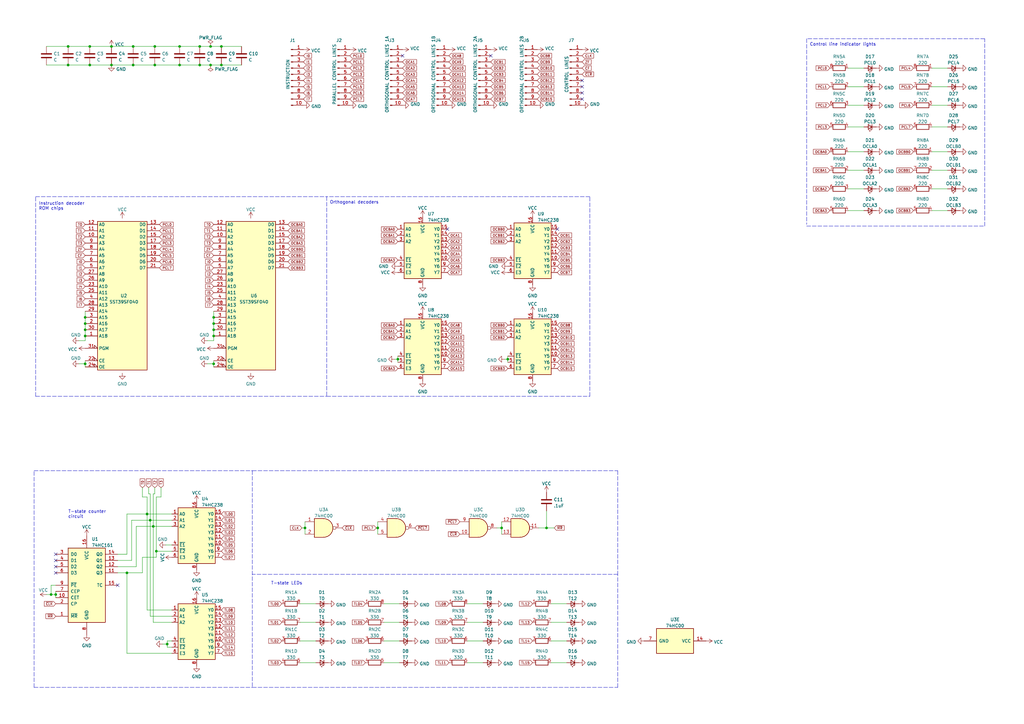
<source format=kicad_sch>
(kicad_sch (version 20231120) (generator "eeschema") (generator_version "8.0")
  (paper "A3")
  (lib_symbols
    (symbol "74xx:74HC00" (pin_names (offset 1.016))
      (property "Reference" "U" (at 0 1.27 0))
      (property "Value" "74HC00" (at 0 -1.27 0))
      (symbol "74HC00_1_1"
        (pin input line (at -7.62 2.54 0) (length 3.81) (name "~") (number "1"))
        (pin input line (at -7.62 -2.54 0) (length 3.81) (name "~") (number "2"))
        (pin output inverted (at 7.62 0 180) (length 3.81) (name "~") (number "3"))
      )
      (symbol "74HC00_1_2"
        (pin input inverted (at -7.62 2.54 0) (length 4.318) (name "~") (number "1"))
        (pin input inverted (at -7.62 -2.54 0) (length 4.318) (name "~") (number "2"))
        (pin output line (at 7.62 0 180) (length 3.81) (name "~") (number "3"))
      )
      (symbol "74HC00_2_1"
        (pin input line (at -7.62 2.54 0) (length 3.81) (name "~") (number "4"))
        (pin input line (at -7.62 -2.54 0) (length 3.81) (name "~") (number "5"))
        (pin output inverted (at 7.62 0 180) (length 3.81) (name "~") (number "6"))
      )
      (symbol "74HC00_2_2"
        (pin input inverted (at -7.62 2.54 0) (length 4.318) (name "~") (number "4"))
        (pin input inverted (at -7.62 -2.54 0) (length 4.318) (name "~") (number "5"))
        (pin output line (at 7.62 0 180) (length 3.81) (name "~") (number "6"))
      )
      (symbol "74HC00_3_1"
        (pin input line (at -7.62 -2.54 0) (length 3.81) (name "~") (number "10"))
        (pin output inverted (at 7.62 0 180) (length 3.81) (name "~") (number "8"))
        (pin input line (at -7.62 2.54 0) (length 3.81) (name "~") (number "9"))
      )
      (symbol "74HC00_3_2"
        (pin input inverted (at -7.62 -2.54 0) (length 4.318) (name "~") (number "10"))
        (pin output line (at 7.62 0 180) (length 3.81) (name "~") (number "8"))
        (pin input inverted (at -7.62 2.54 0) (length 4.318) (name "~") (number "9"))
      )
      (symbol "74HC00_4_1"
        (pin output inverted (at 7.62 0 180) (length 3.81) (name "~") (number "11"))
        (pin input line (at -7.62 2.54 0) (length 3.81) (name "~") (number "12"))
        (pin input line (at -7.62 -2.54 0) (length 3.81) (name "~") (number "13"))
      )
      (symbol "74HC00_4_2"
        (pin output line (at 7.62 0 180) (length 3.81) (name "~") (number "11"))
        (pin input inverted (at -7.62 2.54 0) (length 4.318) (name "~") (number "12"))
        (pin input inverted (at -7.62 -2.54 0) (length 4.318) (name "~") (number "13"))
      )
      (symbol "74HC00_5_0"
        (pin power_in line (at 0 12.7 270) (length 5.08) (name "VCC") (number "14"))
        (pin power_in line (at 0 -12.7 90) (length 5.08) (name "GND") (number "7"))
      )
    )
    (symbol "74xx:74HC238"
      (property "Reference" "U" (at -7.62 13.97 0))
      (property "Value" "74HC238" (at 2.54 -11.43 0))
      (symbol "74HC238_1_1"
        (pin input line (at -10.16 10.16 0) (length 2.54) (name "A0") (number "1"))
        (pin output line (at 10.16 -2.54 180) (length 2.54) (name "Y5") (number "10"))
        (pin output line (at 10.16 0 180) (length 2.54) (name "Y4") (number "11"))
        (pin output line (at 10.16 2.54 180) (length 2.54) (name "Y3") (number "12"))
        (pin output line (at 10.16 5.08 180) (length 2.54) (name "Y2") (number "13"))
        (pin output line (at 10.16 7.62 180) (length 2.54) (name "Y1") (number "14"))
        (pin output line (at 10.16 10.16 180) (length 2.54) (name "Y0") (number "15"))
        (pin power_in line (at 0 15.24 270) (length 2.54) (name "VCC") (number "16"))
        (pin input line (at -10.16 7.62 0) (length 2.54) (name "A1") (number "2"))
        (pin input line (at -10.16 5.08 0) (length 2.54) (name "A2") (number "3"))
        (pin input line (at -10.16 -2.54 0) (length 2.54) (name "~{E1}") (number "4"))
        (pin input line (at -10.16 -5.08 0) (length 2.54) (name "~{E2}") (number "5"))
        (pin input line (at -10.16 -7.62 0) (length 2.54) (name "E3") (number "6"))
        (pin output line (at 10.16 -7.62 180) (length 2.54) (name "Y7") (number "7"))
        (pin power_in line (at 0 -12.7 90) (length 2.54) (name "GND") (number "8"))
        (pin output line (at 10.16 -5.08 180) (length 2.54) (name "Y6") (number "9"))
      )
    )
    (symbol "74xx:74LS161" (pin_names (offset 1.016))
      (property "Reference" "U" (at -7.62 16.51 0))
      (property "Value" "74LS161" (at -7.62 -16.51 0))
      (symbol "74LS161_1_0"
        (pin input line (at -12.7 -12.7 0) (length 5.08) (name "~{MR}") (number "1"))
        (pin input line (at -12.7 -5.08 0) (length 5.08) (name "CET") (number "10"))
        (pin output line (at 12.7 5.08 180) (length 5.08) (name "Q3") (number "11"))
        (pin output line (at 12.7 7.62 180) (length 5.08) (name "Q2") (number "12"))
        (pin output line (at 12.7 10.16 180) (length 5.08) (name "Q1") (number "13"))
        (pin output line (at 12.7 12.7 180) (length 5.08) (name "Q0") (number "14"))
        (pin output line (at 12.7 0 180) (length 5.08) (name "TC") (number "15"))
        (pin power_in line (at 0 20.32 270) (length 5.08) (name "VCC") (number "16"))
        (pin input line (at -12.7 -7.62 0) (length 5.08) (name "CP") (number "2"))
        (pin input line (at -12.7 12.7 0) (length 5.08) (name "D0") (number "3"))
        (pin input line (at -12.7 10.16 0) (length 5.08) (name "D1") (number "4"))
        (pin input line (at -12.7 7.62 0) (length 5.08) (name "D2") (number "5"))
        (pin input line (at -12.7 5.08 0) (length 5.08) (name "D3") (number "6"))
        (pin input line (at -12.7 -2.54 0) (length 5.08) (name "CEP") (number "7"))
        (pin power_in line (at 0 -20.32 90) (length 5.08) (name "GND") (number "8"))
        (pin input line (at -12.7 0 0) (length 5.08) (name "~{PE}") (number "9"))
      )
    )
    (symbol "Connector:Conn_01x10_Male" (pin_names (offset 1.016) hide)
      (property "Reference" "J" (at 0 12.7 0))
      (property "Value" "Conn_01x10_Male" (at 0 -15.24 0))
      (symbol "Conn_01x10_Male_1_1"
        (pin passive line (at 5.08 10.16 180) (length 3.81) (name "Pin_1") (number "1"))
        (pin passive line (at 5.08 -12.7 180) (length 3.81) (name "Pin_10") (number "10"))
        (pin passive line (at 5.08 7.62 180) (length 3.81) (name "Pin_2") (number "2"))
        (pin passive line (at 5.08 5.08 180) (length 3.81) (name "Pin_3") (number "3"))
        (pin passive line (at 5.08 2.54 180) (length 3.81) (name "Pin_4") (number "4"))
        (pin passive line (at 5.08 0 180) (length 3.81) (name "Pin_5") (number "5"))
        (pin passive line (at 5.08 -2.54 180) (length 3.81) (name "Pin_6") (number "6"))
        (pin passive line (at 5.08 -5.08 180) (length 3.81) (name "Pin_7") (number "7"))
        (pin passive line (at 5.08 -7.62 180) (length 3.81) (name "Pin_8") (number "8"))
        (pin passive line (at 5.08 -10.16 180) (length 3.81) (name "Pin_9") (number "9"))
      )
    )
    (symbol "Device:C" (pin_numbers hide) (pin_names (offset 0.254))
      (property "Reference" "C" (at 0.635 2.54 0))
      (property "Value" "C" (at 0.635 -2.54 0))
      (symbol "C_1_1"
        (pin passive line (at 0 3.81 270) (length 2.794) (name "~") (number "1"))
        (pin passive line (at 0 -3.81 90) (length 2.794) (name "~") (number "2"))
      )
    )
    (symbol "Device:LED_Small" (pin_numbers hide) (pin_names (offset 0.254) hide)
      (property "Reference" "D" (at -1.27 3.175 0))
      (property "Value" "LED_Small" (at -4.445 -2.54 0))
      (symbol "LED_Small_1_1"
        (pin passive line (at -2.54 0 0) (length 1.778) (name "K") (number "1"))
        (pin passive line (at 2.54 0 180) (length 1.778) (name "A") (number "2"))
      )
    )
    (symbol "Device:R_Pack04_Split" (pin_names (offset 0) hide)
      (property "Reference" "RN" (at 2.032 0 90))
      (property "Value" "R_Pack04_Split" (at 0 0 90))
      (symbol "R_Pack04_Split_1_1"
        (pin passive line (at 0 -3.81 90) (length 1.27) (name "R1.1") (number "1"))
        (pin passive line (at 0 3.81 270) (length 1.27) (name "R1.2") (number "8"))
      )
      (symbol "R_Pack04_Split_2_1"
        (pin passive line (at 0 -3.81 90) (length 1.27) (name "R2.1") (number "2"))
        (pin passive line (at 0 3.81 270) (length 1.27) (name "R2.2") (number "7"))
      )
      (symbol "R_Pack04_Split_3_1"
        (pin passive line (at 0 -3.81 90) (length 1.27) (name "R3.1") (number "3"))
        (pin passive line (at 0 3.81 270) (length 1.27) (name "R3.2") (number "6"))
      )
      (symbol "R_Pack04_Split_4_1"
        (pin passive line (at 0 -3.81 90) (length 1.27) (name "R4.1") (number "4"))
        (pin passive line (at 0 3.81 270) (length 1.27) (name "R4.2") (number "5"))
      )
    )
    (symbol "Memory_Flash:SST39SF040"
      (property "Reference" "U" (at 2.54 33.02 0))
      (property "Value" "SST39SF040" (at 0 -30.48 0))
      (symbol "SST39SF040_0_0"
        (pin power_in line (at 0 -30.48 90) (length 1.27) hide (name "GND") (number "16"))
        (pin power_in line (at 0 33.02 270) (length 1.27) hide (name "VCC") (number "32"))
      )
      (symbol "SST39SF040_1_1"
        (pin input line (at -15.24 -15.24 0) (length 5.08) (name "A18") (number "1"))
        (pin input line (at -15.24 25.4 0) (length 5.08) (name "A2") (number "10"))
        (pin input line (at -15.24 27.94 0) (length 5.08) (name "A1") (number "11"))
        (pin input line (at -15.24 30.48 0) (length 5.08) (name "A0") (number "12"))
        (pin tri_state line (at 15.24 30.48 180) (length 5.08) (name "D0") (number "13"))
        (pin tri_state line (at 15.24 27.94 180) (length 5.08) (name "D1") (number "14"))
        (pin tri_state line (at 15.24 25.4 180) (length 5.08) (name "D2") (number "15"))
        (pin tri_state line (at 15.24 22.86 180) (length 5.08) (name "D3") (number "17"))
        (pin tri_state line (at 15.24 20.32 180) (length 5.08) (name "D4") (number "18"))
        (pin tri_state line (at 15.24 17.78 180) (length 5.08) (name "D5") (number "19"))
        (pin input line (at -15.24 -10.16 0) (length 5.08) (name "A16") (number "2"))
        (pin tri_state line (at 15.24 15.24 180) (length 5.08) (name "D6") (number "20"))
        (pin tri_state line (at 15.24 12.7 180) (length 5.08) (name "D7") (number "21"))
        (pin input input_low (at -15.24 -25.4 0) (length 5.08) (name "CE") (number "22"))
        (pin input line (at -15.24 5.08 0) (length 5.08) (name "A10") (number "23"))
        (pin input input_low (at -15.24 -27.94 0) (length 5.08) (name "OE") (number "24"))
        (pin input line (at -15.24 2.54 0) (length 5.08) (name "A11") (number "25"))
        (pin input line (at -15.24 7.62 0) (length 5.08) (name "A9") (number "26"))
        (pin input line (at -15.24 10.16 0) (length 5.08) (name "A8") (number "27"))
        (pin input line (at -15.24 -2.54 0) (length 5.08) (name "A13") (number "28"))
        (pin input line (at -15.24 -5.08 0) (length 5.08) (name "A14") (number "29"))
        (pin input line (at -15.24 -7.62 0) (length 5.08) (name "A15") (number "3"))
        (pin input line (at -15.24 -12.7 0) (length 5.08) (name "A17") (number "30"))
        (pin input input_low (at -15.24 -20.32 0) (length 5.08) (name "PGM") (number "31"))
        (pin input line (at -15.24 0 0) (length 5.08) (name "A12") (number "4"))
        (pin input line (at -15.24 12.7 0) (length 5.08) (name "A7") (number "5"))
        (pin input line (at -15.24 15.24 0) (length 5.08) (name "A6") (number "6"))
        (pin input line (at -15.24 17.78 0) (length 5.08) (name "A5") (number "7"))
        (pin input line (at -15.24 20.32 0) (length 5.08) (name "A4") (number "8"))
        (pin input line (at -15.24 22.86 0) (length 5.08) (name "A3") (number "9"))
      )
    )
    (symbol "power:GND" (power) (pin_names (offset 0))
      (property "Value" "GND" (at 0 -3.81 0))
      (symbol "GND_1_1"
        (pin power_in line (at 0 0 270) (length 0) hide (name "GND") (number "1"))
      )
    )
    (symbol "power:PWR_FLAG" (power) (pin_numbers hide) (pin_names (offset 0) hide)
      (property "Value" "PWR_FLAG" (at 0 3.81 0))
      (symbol "PWR_FLAG_0_0"
        (pin power_out line (at 0 0 90) (length 0) (name "pwr") (number "1"))
      )
    )
    (symbol "power:VCC" (power) (pin_names (offset 0))
      (property "Value" "VCC" (at 0 3.81 0))
      (symbol "VCC_1_1"
        (pin power_in line (at 0 0 90) (length 0) hide (name "VCC") (number "1"))
      )
    )
  )
  (junction (at 62.865 215.9))
  (junction (at 45.72 19.05))
  (junction (at 86.36 26.67))
  (junction (at 34.925 130.175))
  (junction (at 34.925 135.255))
  (junction (at 73.66 19.05))
  (junction (at 54.61 26.67))
  (junction (at 90.805 26.67))
  (junction (at 34.925 132.715))
  (junction (at 90.805 19.05))
  (junction (at 81.915 26.67))
  (junction (at 34.925 137.795))
  (junction (at 54.61 19.05))
  (junction (at 60.325 210.82))
  (junction (at 52.07 234.95))
  (junction (at 27.94 19.05))
  (junction (at 154.94 216.535))
  (junction (at 27.94 26.67))
  (junction (at 73.66 26.67))
  (junction (at 87.63 137.795))
  (junction (at 34.925 149.225))
  (junction (at 224.155 216.535))
  (junction (at 163.195 147.32))
  (junction (at 87.63 135.255))
  (junction (at 63.5 19.05))
  (junction (at 205.74 216.535))
  (junction (at 208.28 147.32))
  (junction (at 63.5 26.67))
  (junction (at 81.915 19.05))
  (junction (at 36.83 19.05))
  (junction (at 36.83 26.67))
  (junction (at 86.36 19.05))
  (junction (at 61.595 213.36))
  (junction (at 87.63 130.175))
  (junction (at 125.095 216.535))
  (junction (at 87.63 132.715))
  (junction (at 22.86 243.84))
  (junction (at 87.63 149.225))
  (junction (at 68.58 264.16))
  (junction (at 20.955 243.84))
  (junction (at 64.135 226.06))
  (junction (at 45.72 26.67))
  (no_connect (at 22.86 229.87))
  (no_connect (at 22.86 227.33))
  (no_connect (at 165.1 22.86))
  (no_connect (at 48.26 240.03))
  (no_connect (at 238.76 33.02))
  (no_connect (at 238.76 35.56))
  (no_connect (at 238.76 38.1))
  (no_connect (at 238.76 40.64))
  (no_connect (at 22.86 232.41))
  (no_connect (at 22.86 234.95))
  (no_connect (at 201.295 22.86))
  (no_connect (at 183.515 93.98))
  (no_connect (at 228.6 93.98))
  (wire (pts (xy 36.83 19.05) (xy 45.72 19.05)))
  (wire (pts (xy 52.07 227.33) (xy 52.07 210.82)))
  (wire (pts (xy 87.63 135.255) (xy 87.63 132.715)))
  (wire (pts (xy 191.77 271.78) (xy 198.12 271.78)))
  (wire (pts (xy 19.05 243.84) (xy 20.955 243.84)))
  (wire (pts (xy 70.485 265.43) (xy 68.58 265.43)))
  (wire (pts (xy 61.595 202.565) (xy 60.96 202.565)))
  (wire (pts (xy 66.675 264.16) (xy 68.58 264.16)))
  (wire (pts (xy 382.27 43.18) (xy 388.62 43.18)))
  (wire (pts (xy 163.195 147.32) (xy 163.195 148.59)))
  (wire (pts (xy 66.04 203.835) (xy 66.04 200.025)))
  (wire (pts (xy 62.865 202.565) (xy 62.865 215.9)))
  (wire (pts (xy 123.19 247.65) (xy 129.54 247.65)))
  (wire (pts (xy 207.01 147.32) (xy 208.28 147.32)))
  (polyline (pts (xy 13.97 193.04) (xy 103.505 193.04)) (stroke (width 0) (type dash)))
  (wire (pts (xy 34.925 149.225) (xy 34.925 150.495)))
  (wire (pts (xy 62.865 255.27) (xy 70.485 255.27)))
  (wire (pts (xy 48.26 229.87) (xy 53.975 229.87)))
  (wire (pts (xy 20.955 243.84) (xy 22.86 243.84)))
  (wire (pts (xy 22.86 242.57) (xy 22.86 243.84)))
  (polyline (pts (xy 330.835 15.875) (xy 330.835 92.075)) (stroke (width 0) (type dash)))
  (wire (pts (xy 32.385 139.7) (xy 34.925 139.7)))
  (polyline (pts (xy 253.365 235.585) (xy 103.505 235.585)) (stroke (width 0) (type dash)))
  (wire (pts (xy 191.77 247.65) (xy 198.12 247.65)))
  (wire (pts (xy 34.925 139.7) (xy 34.925 137.795)))
  (wire (pts (xy 208.28 147.32) (xy 208.28 148.59)))
  (wire (pts (xy 157.48 262.89) (xy 163.83 262.89)))
  (wire (pts (xy 62.865 215.9) (xy 62.865 255.27)))
  (wire (pts (xy 347.98 43.18) (xy 354.33 43.18)))
  (wire (pts (xy 55.88 215.9) (xy 62.865 215.9)))
  (wire (pts (xy 62.865 202.565) (xy 63.5 202.565)))
  (wire (pts (xy 34.925 132.715) (xy 34.925 130.175)))
  (wire (pts (xy 226.06 247.65) (xy 232.41 247.65)))
  (wire (pts (xy 64.135 226.06) (xy 64.135 228.6)))
  (wire (pts (xy 45.72 19.05) (xy 54.61 19.05)))
  (wire (pts (xy 226.06 262.89) (xy 232.41 262.89)))
  (wire (pts (xy 68.58 264.16) (xy 68.58 262.89)))
  (wire (pts (xy 87.63 137.795) (xy 87.63 135.255)))
  (wire (pts (xy 347.98 62.23) (xy 354.33 62.23)))
  (wire (pts (xy 86.36 26.67) (xy 90.805 26.67)))
  (wire (pts (xy 19.05 19.05) (xy 27.94 19.05)))
  (wire (pts (xy 382.27 52.07) (xy 388.62 52.07)))
  (wire (pts (xy 81.915 26.67) (xy 86.36 26.67)))
  (wire (pts (xy 22.86 243.84) (xy 22.86 245.11)))
  (wire (pts (xy 226.06 255.27) (xy 232.41 255.27)))
  (wire (pts (xy 48.26 227.33) (xy 52.07 227.33)))
  (wire (pts (xy 52.07 210.82) (xy 60.325 210.82)))
  (polyline (pts (xy 14.605 162.56) (xy 14.605 80.645)) (stroke (width 0) (type dash)))
  (wire (pts (xy 157.48 247.65) (xy 163.83 247.65)))
  (wire (pts (xy 20.955 240.03) (xy 20.955 243.84)))
  (wire (pts (xy 63.5 26.67) (xy 73.66 26.67)))
  (wire (pts (xy 191.77 262.89) (xy 198.12 262.89)))
  (wire (pts (xy 87.63 130.175) (xy 87.63 127.635)))
  (wire (pts (xy 73.66 19.05) (xy 81.915 19.05)))
  (wire (pts (xy 61.595 213.36) (xy 70.485 213.36)))
  (wire (pts (xy 19.05 26.67) (xy 27.94 26.67)))
  (wire (pts (xy 123.825 216.535) (xy 125.095 216.535)))
  (polyline (pts (xy 14.605 162.56) (xy 133.985 162.56)) (stroke (width 0) (type dash)))
  (wire (pts (xy 63.5 19.05) (xy 73.66 19.05)))
  (polyline (pts (xy 241.935 80.645) (xy 133.985 80.645)) (stroke (width 0) (type dash)))
  (polyline (pts (xy 330.835 92.71) (xy 403.86 92.71)) (stroke (width 0) (type dash)))
  (wire (pts (xy 382.27 35.56) (xy 388.62 35.56)))
  (wire (pts (xy 67.945 223.52) (xy 70.485 223.52)))
  (polyline (pts (xy 13.97 281.94) (xy 103.505 281.94)) (stroke (width 0) (type dash)))
  (wire (pts (xy 347.98 52.07) (xy 354.33 52.07)))
  (wire (pts (xy 208.28 146.05) (xy 208.28 147.32)))
  (wire (pts (xy 61.595 202.565) (xy 61.595 213.36)))
  (wire (pts (xy 87.63 149.225) (xy 87.63 147.955)))
  (wire (pts (xy 154.94 216.535) (xy 154.305 216.535)))
  (wire (pts (xy 60.325 250.19) (xy 70.485 250.19)))
  (wire (pts (xy 64.135 226.06) (xy 70.485 226.06)))
  (wire (pts (xy 125.095 216.535) (xy 125.095 219.075)))
  (polyline (pts (xy 14.605 80.645) (xy 133.985 80.645)) (stroke (width 0) (type dash)))
  (wire (pts (xy 27.94 19.05) (xy 36.83 19.05)))
  (wire (pts (xy 86.36 19.05) (xy 90.805 19.05)))
  (wire (pts (xy 34.925 137.795) (xy 34.925 135.255)))
  (polyline (pts (xy 133.985 80.645) (xy 133.985 162.56)) (stroke (width 0) (type dash)))
  (wire (pts (xy 123.19 262.89) (xy 129.54 262.89)))
  (wire (pts (xy 54.61 26.67) (xy 63.5 26.67)))
  (wire (pts (xy 54.61 19.05) (xy 63.5 19.05)))
  (wire (pts (xy 34.925 130.175) (xy 34.925 127.635)))
  (wire (pts (xy 157.48 271.78) (xy 163.83 271.78)))
  (wire (pts (xy 27.94 26.67) (xy 36.83 26.67)))
  (wire (pts (xy 58.42 200.025) (xy 58.42 203.835)))
  (wire (pts (xy 60.325 210.82) (xy 70.485 210.82)))
  (wire (pts (xy 53.975 213.36) (xy 61.595 213.36)))
  (polyline (pts (xy 253.365 193.04) (xy 253.365 235.585)) (stroke (width 0) (type dash)))
  (wire (pts (xy 154.94 216.535) (xy 154.94 219.075)))
  (wire (pts (xy 60.96 202.565) (xy 60.96 200.025)))
  (wire (pts (xy 60.325 210.82) (xy 60.325 250.19)))
  (polyline (pts (xy 103.505 281.94) (xy 253.365 281.94)) (stroke (width 0) (type dash)))
  (wire (pts (xy 161.925 147.32) (xy 163.195 147.32)))
  (wire (pts (xy 34.925 149.225) (xy 34.925 147.955)))
  (wire (pts (xy 22.86 240.03) (xy 20.955 240.03)))
  (wire (pts (xy 60.325 203.835) (xy 60.325 210.82)))
  (wire (pts (xy 87.63 139.7) (xy 87.63 137.795)))
  (wire (pts (xy 58.42 228.6) (xy 64.135 228.6)))
  (wire (pts (xy 382.27 69.85) (xy 388.62 69.85)))
  (wire (pts (xy 123.19 255.27) (xy 129.54 255.27)))
  (wire (pts (xy 163.195 146.05) (xy 163.195 147.32)))
  (wire (pts (xy 53.975 229.87) (xy 53.975 213.36)))
  (wire (pts (xy 382.27 27.94) (xy 388.62 27.94)))
  (wire (pts (xy 85.09 139.7) (xy 87.63 139.7)))
  (wire (pts (xy 85.09 149.225) (xy 87.63 149.225)))
  (wire (pts (xy 68.58 262.89) (xy 70.485 262.89)))
  (wire (pts (xy 157.48 255.27) (xy 163.83 255.27)))
  (wire (pts (xy 347.98 35.56) (xy 354.33 35.56)))
  (polyline (pts (xy 103.505 193.04) (xy 103.505 281.94)) (stroke (width 0) (type dash)))
  (wire (pts (xy 347.98 86.36) (xy 354.33 86.36)))
  (wire (pts (xy 87.63 132.715) (xy 87.63 130.175)))
  (wire (pts (xy 64.135 203.835) (xy 64.135 226.06)))
  (wire (pts (xy 90.805 26.67) (xy 99.06 26.67)))
  (polyline (pts (xy 403.86 15.875) (xy 330.835 15.875)) (stroke (width 0) (type dash)))
  (wire (pts (xy 154.94 213.995) (xy 154.94 216.535)))
  (wire (pts (xy 36.83 26.67) (xy 45.72 26.67)))
  (wire (pts (xy 382.27 77.47) (xy 388.62 77.47)))
  (wire (pts (xy 34.925 135.255) (xy 34.925 132.715)))
  (wire (pts (xy 61.595 252.73) (xy 70.485 252.73)))
  (wire (pts (xy 226.06 271.78) (xy 232.41 271.78)))
  (wire (pts (xy 45.72 26.67) (xy 54.61 26.67)))
  (wire (pts (xy 63.5 202.565) (xy 63.5 200.025)))
  (wire (pts (xy 347.98 27.94) (xy 354.33 27.94)))
  (wire (pts (xy 205.74 216.535) (xy 205.74 219.075)))
  (wire (pts (xy 382.27 86.36) (xy 388.62 86.36)))
  (wire (pts (xy 32.385 149.225) (xy 34.925 149.225)))
  (wire (pts (xy 90.805 19.05) (xy 99.06 19.05)))
  (wire (pts (xy 224.155 216.535) (xy 227.33 216.535)))
  (polyline (pts (xy 133.985 162.56) (xy 241.935 162.56)) (stroke (width 0) (type dash)))
  (wire (pts (xy 123.19 271.78) (xy 129.54 271.78)))
  (wire (pts (xy 81.915 19.05) (xy 86.36 19.05)))
  (polyline (pts (xy 103.505 193.04) (xy 253.365 193.04)) (stroke (width 0) (type dash)))
  (wire (pts (xy 48.26 234.95) (xy 52.07 234.95)))
  (wire (pts (xy 52.07 234.95) (xy 58.42 234.95)))
  (wire (pts (xy 52.07 234.95) (xy 52.07 267.97)))
  (polyline (pts (xy 13.97 281.94) (xy 13.97 193.04)) (stroke (width 0) (type dash)))
  (wire (pts (xy 205.74 216.535) (xy 205.74 213.995)))
  (polyline (pts (xy 403.86 92.71) (xy 403.86 15.875)) (stroke (width 0) (type dash)))
  (wire (pts (xy 382.27 62.23) (xy 388.62 62.23)))
  (wire (pts (xy 62.865 215.9) (xy 70.485 215.9)))
  (wire (pts (xy 70.485 267.97) (xy 52.07 267.97)))
  (wire (pts (xy 55.88 232.41) (xy 55.88 215.9)))
  (wire (pts (xy 61.595 213.36) (xy 61.595 252.73)))
  (wire (pts (xy 347.98 69.85) (xy 354.33 69.85)))
  (wire (pts (xy 64.135 203.835) (xy 66.04 203.835)))
  (wire (pts (xy 48.26 232.41) (xy 55.88 232.41)))
  (wire (pts (xy 68.58 265.43) (xy 68.58 264.16)))
  (polyline (pts (xy 253.365 281.94) (xy 253.365 235.585)) (stroke (width 0) (type dash)))
  (wire (pts (xy 224.155 209.55) (xy 224.155 216.535)))
  (wire (pts (xy 191.77 255.27) (xy 198.12 255.27)))
  (wire (pts (xy 58.42 203.835) (xy 60.325 203.835)))
  (wire (pts (xy 203.835 216.535) (xy 205.74 216.535)))
  (wire (pts (xy 220.98 216.535) (xy 224.155 216.535)))
  (wire (pts (xy 73.66 26.67) (xy 81.915 26.67)))
  (wire (pts (xy 87.63 149.225) (xy 87.63 150.495)))
  (wire (pts (xy 347.98 77.47) (xy 354.33 77.47)))
  (wire (pts (xy 125.095 213.995) (xy 125.095 216.535)))
  (polyline (pts (xy 241.935 162.56) (xy 241.935 80.645)) (stroke (width 0) (type dash)))
  (wire (pts (xy 58.42 234.95) (xy 58.42 228.6)))
  (text "T-state counter\ncircuit" (at 27.94 212.725 0) (effects (font (size 1.27 1.27)) (justify left bottom)))
  (text "Orthogonal decoders" (at 135.255 83.82 0) (effects (font (size 1.27 1.27)) (justify left bottom)))
  (text "T-state LEDs" (at 111.125 240.03 0) (effects (font (size 1.27 1.27)) (justify left bottom)))
  (text "Instruction decoder\nROM chips" (at 15.875 86.36 0) (effects (font (size 1.27 1.27)) (justify left bottom)))
  (text "Control line indicator lights" (at 332.105 19.05 0) (effects (font (size 1.27 1.27)) (justify left bottom)))
  (global_label "OCBB0" (shape input) (at 208.28 133.35 180) (effects (font (size 1 1))) (property "Intersheetrefs" "${INTERSHEET_REFS}" (effects (hide yes))))
  (global_label "OCBB1" (shape input) (at 208.28 96.52 180) (effects (font (size 1 1))) (property "Intersheetrefs" "${INTERSHEET_REFS}" (effects (hide yes))))
  (global_label "TL06" (shape input) (at 149.86 262.89 180) (effects (font (size 1 1))) (property "Intersheetrefs" "${INTERSHEET_REFS}" (effects (hide yes))))
  (global_label "CLK" (shape input) (at 123.825 216.535 180) (effects (font (size 1 1))) (property "Intersheetrefs" "${INTERSHEET_REFS}" (effects (hide yes))))
  (global_label "I6" (shape input) (at 87.63 122.555 180) (effects (font (size 1 1))) (property "Intersheetrefs" "${INTERSHEET_REFS}" (effects (hide yes))))
  (global_label "OCBB0" (shape input) (at 374.65 62.23 180) (effects (font (size 1 1))) (property "Intersheetrefs" "${INTERSHEET_REFS}" (effects (hide yes))))
  (global_label "T1" (shape input) (at 87.63 94.615 180) (effects (font (size 1 1))) (property "Intersheetrefs" "${INTERSHEET_REFS}" (effects (hide yes))))
  (global_label "T1" (shape input) (at 60.96 200.025 90) (effects (font (size 1 1))) (property "Intersheetrefs" "${INTERSHEET_REFS}" (effects (hide yes))))
  (global_label "TL13" (shape input) (at 218.44 255.27 180) (effects (font (size 1 1))) (property "Intersheetrefs" "${INTERSHEET_REFS}" (effects (hide yes))))
  (global_label "OCB13" (shape input) (at 220.345 35.56 0) (effects (font (size 1 1))) (property "Intersheetrefs" "${INTERSHEET_REFS}" (effects (hide yes))))
  (global_label "TL09" (shape input) (at 90.805 252.73 0) (effects (font (size 1 1))) (property "Intersheetrefs" "${INTERSHEET_REFS}" (effects (hide yes))))
  (global_label "OCB14" (shape input) (at 228.6 148.59 0) (effects (font (size 1 1))) (property "Intersheetrefs" "${INTERSHEET_REFS}" (effects (hide yes))))
  (global_label "PCL6" (shape input) (at 374.65 43.18 180) (effects (font (size 1 1))) (property "Intersheetrefs" "${INTERSHEET_REFS}" (effects (hide yes))))
  (global_label "OCB2" (shape input) (at 228.6 99.06 0) (effects (font (size 1 1))) (property "Intersheetrefs" "${INTERSHEET_REFS}" (effects (hide yes))))
  (global_label "OCBA2" (shape input) (at 163.195 99.06 180) (effects (font (size 1 1))) (property "Intersheetrefs" "${INTERSHEET_REFS}" (effects (hide yes))))
  (global_label "OCBA0" (shape input) (at 118.11 92.075 0) (effects (font (size 1 1))) (property "Intersheetrefs" "${INTERSHEET_REFS}" (effects (hide yes))))
  (global_label "TL11" (shape input) (at 184.15 271.78 180) (effects (font (size 1 1))) (property "Intersheetrefs" "${INTERSHEET_REFS}" (effects (hide yes))))
  (global_label "TL13" (shape input) (at 90.805 262.89 0) (effects (font (size 1 1))) (property "Intersheetrefs" "${INTERSHEET_REFS}" (effects (hide yes))))
  (global_label "OCB12" (shape input) (at 228.6 143.51 0) (effects (font (size 1 1))) (property "Intersheetrefs" "${INTERSHEET_REFS}" (effects (hide yes))))
  (global_label "TL10" (shape input) (at 184.15 262.89 180) (effects (font (size 1 1))) (property "Intersheetrefs" "${INTERSHEET_REFS}" (effects (hide yes))))
  (global_label "OCB15" (shape input) (at 220.345 40.64 0) (effects (font (size 1 1))) (property "Intersheetrefs" "${INTERSHEET_REFS}" (effects (hide yes))))
  (global_label "OCA10" (shape input) (at 183.515 138.43 0) (effects (font (size 1 1))) (property "Intersheetrefs" "${INTERSHEET_REFS}" (effects (hide yes))))
  (global_label "T0" (shape input) (at 87.63 92.075 180) (effects (font (size 1 1))) (property "Intersheetrefs" "${INTERSHEET_REFS}" (effects (hide yes))))
  (global_label "PCL7" (shape input) (at 374.65 52.07 180) (effects (font (size 1 1))) (property "Intersheetrefs" "${INTERSHEET_REFS}" (effects (hide yes))))
  (global_label "OCB3" (shape input) (at 201.295 30.48 0) (effects (font (size 1 1))) (property "Intersheetrefs" "${INTERSHEET_REFS}" (effects (hide yes))))
  (global_label "TL00" (shape input) (at 115.57 247.65 180) (effects (font (size 1 1))) (property "Intersheetrefs" "${INTERSHEET_REFS}" (effects (hide yes))))
  (global_label "TL15" (shape input) (at 90.805 267.97 0) (effects (font (size 1 1))) (property "Intersheetrefs" "${INTERSHEET_REFS}" (effects (hide yes))))
  (global_label "OCBA1" (shape input) (at 163.195 96.52 180) (effects (font (size 1 1))) (property "Intersheetrefs" "${INTERSHEET_REFS}" (effects (hide yes))))
  (global_label "PCL0" (shape input) (at 65.405 92.075 0) (effects (font (size 1 1))) (property "Intersheetrefs" "${INTERSHEET_REFS}" (effects (hide yes))))
  (global_label "OCB10" (shape input) (at 228.6 138.43 0) (effects (font (size 1 1))) (property "Intersheetrefs" "${INTERSHEET_REFS}" (effects (hide yes))))
  (global_label "OCBB3" (shape input) (at 208.28 106.68 180) (effects (font (size 1 1))) (property "Intersheetrefs" "${INTERSHEET_REFS}" (effects (hide yes))))
  (global_label "OCA6" (shape input) (at 165.1 38.1 0) (effects (font (size 1 1))) (property "Intersheetrefs" "${INTERSHEET_REFS}" (effects (hide yes))))
  (global_label "OCA3" (shape input) (at 165.1 30.48 0) (effects (font (size 1 1))) (property "Intersheetrefs" "${INTERSHEET_REFS}" (effects (hide yes))))
  (global_label "T2" (shape input) (at 63.5 200.025 90) (effects (font (size 1 1))) (property "Intersheetrefs" "${INTERSHEET_REFS}" (effects (hide yes))))
  (global_label "PCL4" (shape input) (at 374.65 27.94 180) (effects (font (size 1 1))) (property "Intersheetrefs" "${INTERSHEET_REFS}" (effects (hide yes))))
  (global_label "ZF" (shape input) (at 87.63 102.235 180) (effects (font (size 1 1))) (property "Intersheetrefs" "${INTERSHEET_REFS}" (effects (hide yes))))
  (global_label "CF" (shape input) (at 87.63 104.775 180) (effects (font (size 1 1))) (property "Intersheetrefs" "${INTERSHEET_REFS}" (effects (hide yes))))
  (global_label "OCBB1" (shape input) (at 118.11 104.775 0) (effects (font (size 1 1))) (property "Intersheetrefs" "${INTERSHEET_REFS}" (effects (hide yes))))
  (global_label "I4" (shape input) (at 34.925 117.475 180) (effects (font (size 1 1))) (property "Intersheetrefs" "${INTERSHEET_REFS}" (effects (hide yes))))
  (global_label "OCA9" (shape input) (at 184.15 25.4 0) (effects (font (size 1 1))) (property "Intersheetrefs" "${INTERSHEET_REFS}" (effects (hide yes))))
  (global_label "TL12" (shape input) (at 90.805 260.35 0) (effects (font (size 1 1))) (property "Intersheetrefs" "${INTERSHEET_REFS}" (effects (hide yes))))
  (global_label "PCL1" (shape input) (at 143.51 25.4 0) (effects (font (size 1 1))) (property "Intersheetrefs" "${INTERSHEET_REFS}" (effects (hide yes))))
  (global_label "OCA11" (shape input) (at 183.515 140.97 0) (effects (font (size 1 1))) (property "Intersheetrefs" "${INTERSHEET_REFS}" (effects (hide yes))))
  (global_label "~{CLK}" (shape input) (at 140.335 216.535 0) (effects (font (size 1 1))) (property "Intersheetrefs" "${INTERSHEET_REFS}" (effects (hide yes))))
  (global_label "TL03" (shape input) (at 115.57 271.78 180) (effects (font (size 1 1))) (property "Intersheetrefs" "${INTERSHEET_REFS}" (effects (hide yes))))
  (global_label "T2" (shape input) (at 34.925 97.155 180) (effects (font (size 1 1))) (property "Intersheetrefs" "${INTERSHEET_REFS}" (effects (hide yes))))
  (global_label "OCBA0" (shape input) (at 340.36 62.23 180) (effects (font (size 1 1))) (property "Intersheetrefs" "${INTERSHEET_REFS}" (effects (hide yes))))
  (global_label "OCB4" (shape input) (at 228.6 104.14 0) (effects (font (size 1 1))) (property "Intersheetrefs" "${INTERSHEET_REFS}" (effects (hide yes))))
  (global_label "OCA9" (shape input) (at 183.515 135.89 0) (effects (font (size 1 1))) (property "Intersheetrefs" "${INTERSHEET_REFS}" (effects (hide yes))))
  (global_label "OCB4" (shape input) (at 201.295 33.02 0) (effects (font (size 1 1))) (property "Intersheetrefs" "${INTERSHEET_REFS}" (effects (hide yes))))
  (global_label "OCA1" (shape input) (at 183.515 96.52 0) (effects (font (size 1 1))) (property "Intersheetrefs" "${INTERSHEET_REFS}" (effects (hide yes))))
  (global_label "I7" (shape input) (at 87.63 125.095 180) (effects (font (size 1 1))) (property "Intersheetrefs" "${INTERSHEET_REFS}" (effects (hide yes))))
  (global_label "I7" (shape input) (at 124.46 40.64 0) (effects (font (size 1 1))) (property "Intersheetrefs" "${INTERSHEET_REFS}" (effects (hide yes))))
  (global_label "TL14" (shape input) (at 90.805 265.43 0) (effects (font (size 1 1))) (property "Intersheetrefs" "${INTERSHEET_REFS}" (effects (hide yes))))
  (global_label "I0" (shape input) (at 124.46 22.86 0) (effects (font (size 1 1))) (property "Intersheetrefs" "${INTERSHEET_REFS}" (effects (hide yes))))
  (global_label "PCL5" (shape input) (at 65.405 104.775 0) (effects (font (size 1 1))) (property "Intersheetrefs" "${INTERSHEET_REFS}" (effects (hide yes))))
  (global_label "OCA13" (shape input) (at 183.515 146.05 0) (effects (font (size 1 1))) (property "Intersheetrefs" "${INTERSHEET_REFS}" (effects (hide yes))))
  (global_label "T0" (shape input) (at 34.925 92.075 180) (effects (font (size 1 1))) (property "Intersheetrefs" "${INTERSHEET_REFS}" (effects (hide yes))))
  (global_label "OCB3" (shape input) (at 228.6 101.6 0) (effects (font (size 1 1))) (property "Intersheetrefs" "${INTERSHEET_REFS}" (effects (hide yes))))
  (global_label "TL09" (shape input) (at 184.15 255.27 180) (effects (font (size 1 1))) (property "Intersheetrefs" "${INTERSHEET_REFS}" (effects (hide yes))))
  (global_label "OCBB2" (shape input) (at 208.28 99.06 180) (effects (font (size 1 1))) (property "Intersheetrefs" "${INTERSHEET_REFS}" (effects (hide yes))))
  (global_label "OCB5" (shape input) (at 201.295 35.56 0) (effects (font (size 1 1))) (property "Intersheetrefs" "${INTERSHEET_REFS}" (effects (hide yes))))
  (global_label "OCBB2" (shape input) (at 374.65 77.47 180) (effects (font (size 1 1))) (property "Intersheetrefs" "${INTERSHEET_REFS}" (effects (hide yes))))
  (global_label "TL03" (shape input) (at 90.805 218.44 0) (effects (font (size 1 1))) (property "Intersheetrefs" "${INTERSHEET_REFS}" (effects (hide yes))))
  (global_label "TL02" (shape input) (at 90.805 215.9 0) (effects (font (size 1 1))) (property "Intersheetrefs" "${INTERSHEET_REFS}" (effects (hide yes))))
  (global_label "OCA3" (shape input) (at 183.515 101.6 0) (effects (font (size 1 1))) (property "Intersheetrefs" "${INTERSHEET_REFS}" (effects (hide yes))))
  (global_label "OCA12" (shape input) (at 183.515 143.51 0) (effects (font (size 1 1))) (property "Intersheetrefs" "${INTERSHEET_REFS}" (effects (hide yes))))
  (global_label "TL06" (shape input) (at 90.805 226.06 0) (effects (font (size 1 1))) (property "Intersheetrefs" "${INTERSHEET_REFS}" (effects (hide yes))))
  (global_label "OCBA3" (shape input) (at 340.36 86.36 180) (effects (font (size 1 1))) (property "Intersheetrefs" "${INTERSHEET_REFS}" (effects (hide yes))))
  (global_label "OCBA3" (shape input) (at 163.195 151.13 180) (effects (font (size 1 1))) (property "Intersheetrefs" "${INTERSHEET_REFS}" (effects (hide yes))))
  (global_label "OCBB0" (shape input) (at 118.11 102.235 0) (effects (font (size 1 1))) (property "Intersheetrefs" "${INTERSHEET_REFS}" (effects (hide yes))))
  (global_label "OCBB3" (shape input) (at 374.65 86.36 180) (effects (font (size 1 1))) (property "Intersheetrefs" "${INTERSHEET_REFS}" (effects (hide yes))))
  (global_label "TL12" (shape input) (at 218.44 247.65 180) (effects (font (size 1 1))) (property "Intersheetrefs" "${INTERSHEET_REFS}" (effects (hide yes))))
  (global_label "PCL6" (shape input) (at 65.405 107.315 0) (effects (font (size 1 1))) (property "Intersheetrefs" "${INTERSHEET_REFS}" (effects (hide yes))))
  (global_label "OCA2" (shape input) (at 183.515 99.06 0) (effects (font (size 1 1))) (property "Intersheetrefs" "${INTERSHEET_REFS}" (effects (hide yes))))
  (global_label "OCA5" (shape input) (at 183.515 106.68 0) (effects (font (size 1 1))) (property "Intersheetrefs" "${INTERSHEET_REFS}" (effects (hide yes))))
  (global_label "PCL7" (shape input) (at 154.305 216.535 180) (effects (font (size 1 1))) (property "Intersheetrefs" "${INTERSHEET_REFS}" (effects (hide yes))))
  (global_label "PCL2" (shape input) (at 340.36 43.18 180) (effects (font (size 1 1))) (property "Intersheetrefs" "${INTERSHEET_REFS}" (effects (hide yes))))
  (global_label "PCL3" (shape input) (at 340.36 52.07 180) (effects (font (size 1 1))) (property "Intersheetrefs" "${INTERSHEET_REFS}" (effects (hide yes))))
  (global_label "OCB13" (shape input) (at 228.6 146.05 0) (effects (font (size 1 1))) (property "Intersheetrefs" "${INTERSHEET_REFS}" (effects (hide yes))))
  (global_label "I5" (shape input) (at 124.46 35.56 0) (effects (font (size 1 1))) (property "Intersheetrefs" "${INTERSHEET_REFS}" (effects (hide yes))))
  (global_label "OCB7" (shape input) (at 201.295 40.64 0) (effects (font (size 1 1))) (property "Intersheetrefs" "${INTERSHEET_REFS}" (effects (hide yes))))
  (global_label "TL15" (shape input) (at 218.44 271.78 180) (effects (font (size 1 1))) (property "Intersheetrefs" "${INTERSHEET_REFS}" (effects (hide yes))))
  (global_label "TL07" (shape input) (at 90.805 228.6 0) (effects (font (size 1 1))) (property "Intersheetrefs" "${INTERSHEET_REFS}" (effects (hide yes))))
  (global_label "PCL5" (shape input) (at 143.51 35.56 0) (effects (font (size 1 1))) (property "Intersheetrefs" "${INTERSHEET_REFS}" (effects (hide yes))))
  (global_label "OCA8" (shape input) (at 184.15 22.86 0) (effects (font (size 1 1))) (property "Intersheetrefs" "${INTERSHEET_REFS}" (effects (hide yes))))
  (global_label "I2" (shape input) (at 87.63 112.395 180) (effects (font (size 1 1))) (property "Intersheetrefs" "${INTERSHEET_REFS}" (effects (hide yes))))
  (global_label "I6" (shape input) (at 34.925 122.555 180) (effects (font (size 1 1))) (property "Intersheetrefs" "${INTERSHEET_REFS}" (effects (hide yes))))
  (global_label "~{PCL7}" (shape input) (at 188.595 213.995 180) (effects (font (size 1 1))) (property "Intersheetrefs" "${INTERSHEET_REFS}" (effects (hide yes))))
  (global_label "PCL1" (shape input) (at 340.36 35.56 180) (effects (font (size 1 1))) (property "Intersheetrefs" "${INTERSHEET_REFS}" (effects (hide yes))))
  (global_label "OCA13" (shape input) (at 184.15 35.56 0) (effects (font (size 1 1))) (property "Intersheetrefs" "${INTERSHEET_REFS}" (effects (hide yes))))
  (global_label "OCBB3" (shape input) (at 208.28 151.13 180) (effects (font (size 1 1))) (property "Intersheetrefs" "${INTERSHEET_REFS}" (effects (hide yes))))
  (global_label "OCBB1" (shape input) (at 208.28 135.89 180) (effects (font (size 1 1))) (property "Intersheetrefs" "${INTERSHEET_REFS}" (effects (hide yes))))
  (global_label "OCA1" (shape input) (at 165.1 25.4 0) (effects (font (size 1 1))) (property "Intersheetrefs" "${INTERSHEET_REFS}" (effects (hide yes))))
  (global_label "OCA15" (shape input) (at 184.15 40.64 0) (effects (font (size 1 1))) (property "Intersheetrefs" "${INTERSHEET_REFS}" (effects (hide yes))))
  (global_label "OCA4" (shape input) (at 165.1 33.02 0) (effects (font (size 1 1))) (property "Intersheetrefs" "${INTERSHEET_REFS}" (effects (hide yes))))
  (global_label "OCBB3" (shape input) (at 118.11 109.855 0) (effects (font (size 1 1))) (property "Intersheetrefs" "${INTERSHEET_REFS}" (effects (hide yes))))
  (global_label "OCA11" (shape input) (at 184.15 30.48 0) (effects (font (size 1 1))) (property "Intersheetrefs" "${INTERSHEET_REFS}" (effects (hide yes))))
  (global_label "ZF" (shape input) (at 238.76 25.4 0) (effects (font (size 1 1))) (property "Intersheetrefs" "${INTERSHEET_REFS}" (effects (hide yes))))
  (global_label "OCA4" (shape input) (at 183.515 104.14 0) (effects (font (size 1 1))) (property "Intersheetrefs" "${INTERSHEET_REFS}" (effects (hide yes))))
  (global_label "OCBB2" (shape input) (at 208.28 138.43 180) (effects (font (size 1 1))) (property "Intersheetrefs" "${INTERSHEET_REFS}" (effects (hide yes))))
  (global_label "PCL2" (shape input) (at 65.405 97.155 0) (effects (font (size 1 1))) (property "Intersheetrefs" "${INTERSHEET_REFS}" (effects (hide yes))))
  (global_label "PCL4" (shape input) (at 65.405 102.235 0) (effects (font (size 1 1))) (property "Intersheetrefs" "${INTERSHEET_REFS}" (effects (hide yes))))
  (global_label "OCBA1" (shape input) (at 340.36 69.85 180) (effects (font (size 1 1))) (property "Intersheetrefs" "${INTERSHEET_REFS}" (effects (hide yes))))
  (global_label "T2" (shape input) (at 87.63 97.155 180) (effects (font (size 1 1))) (property "Intersheetrefs" "${INTERSHEET_REFS}" (effects (hide yes))))
  (global_label "OCA6" (shape input) (at 183.515 109.22 0) (effects (font (size 1 1))) (property "Intersheetrefs" "${INTERSHEET_REFS}" (effects (hide yes))))
  (global_label "OCBA2" (shape input) (at 340.36 77.47 180) (effects (font (size 1 1))) (property "Intersheetrefs" "${INTERSHEET_REFS}" (effects (hide yes))))
  (global_label "OCB6" (shape input) (at 201.295 38.1 0) (effects (font (size 1 1))) (property "Intersheetrefs" "${INTERSHEET_REFS}" (effects (hide yes))))
  (global_label "PCL0" (shape input) (at 340.36 27.94 180) (effects (font (size 1 1))) (property "Intersheetrefs" "${INTERSHEET_REFS}" (effects (hide yes))))
  (global_label "T3" (shape input) (at 34.925 99.695 180) (effects (font (size 1 1))) (property "Intersheetrefs" "${INTERSHEET_REFS}" (effects (hide yes))))
  (global_label "OCA8" (shape input) (at 183.515 133.35 0) (effects (font (size 1 1))) (property "Intersheetrefs" "${INTERSHEET_REFS}" (effects (hide yes))))
  (global_label "OCA12" (shape input) (at 184.15 33.02 0) (effects (font (size 1 1))) (property "Intersheetrefs" "${INTERSHEET_REFS}" (effects (hide yes))))
  (global_label "OCB14" (shape input) (at 220.345 38.1 0) (effects (font (size 1 1))) (property "Intersheetrefs" "${INTERSHEET_REFS}" (effects (hide yes))))
  (global_label "PCL3" (shape input) (at 65.405 99.695 0) (effects (font (size 1 1))) (property "Intersheetrefs" "${INTERSHEET_REFS}" (effects (hide yes))))
  (global_label "I0" (shape input) (at 34.925 107.315 180) (effects (font (size 1 1))) (property "Intersheetrefs" "${INTERSHEET_REFS}" (effects (hide yes))))
  (global_label "TL04" (shape input) (at 149.86 247.65 180) (effects (font (size 1 1))) (property "Intersheetrefs" "${INTERSHEET_REFS}" (effects (hide yes))))
  (global_label "PCL5" (shape input) (at 374.65 35.56 180) (effects (font (size 1 1))) (property "Intersheetrefs" "${INTERSHEET_REFS}" (effects (hide yes))))
  (global_label "~{CLK}" (shape input) (at 22.86 247.65 180) (effects (font (size 1 1))) (property "Intersheetrefs" "${INTERSHEET_REFS}" (effects (hide yes))))
  (global_label "OCB8" (shape input) (at 220.345 22.86 0) (effects (font (size 1 1))) (property "Intersheetrefs" "${INTERSHEET_REFS}" (effects (hide yes))))
  (global_label "OCB5" (shape input) (at 228.6 106.68 0) (effects (font (size 1 1))) (property "Intersheetrefs" "${INTERSHEET_REFS}" (effects (hide yes))))
  (global_label "OCB11" (shape input) (at 228.6 140.97 0) (effects (font (size 1 1))) (property "Intersheetrefs" "${INTERSHEET_REFS}" (effects (hide yes))))
  (global_label "I1" (shape input) (at 34.925 109.855 180) (effects (font (size 1 1))) (property "Intersheetrefs" "${INTERSHEET_REFS}" (effects (hide yes))))
  (global_label "~{CLR}" (shape input) (at 188.595 219.075 180) (effects (font (size 1 1))) (property "Intersheetrefs" "${INTERSHEET_REFS}" (effects (hide yes))))
  (global_label "OCB8" (shape input) (at 228.6 133.35 0) (effects (font (size 1 1))) (property "Intersheetrefs" "${INTERSHEET_REFS}" (effects (hide yes))))
  (global_label "TL01" (shape input) (at 90.805 213.36 0) (effects (font (size 1 1))) (property "Intersheetrefs" "${INTERSHEET_REFS}" (effects (hide yes))))
  (global_label "OCA7" (shape input) (at 165.1 40.64 0) (effects (font (size 1 1))) (property "Intersheetrefs" "${INTERSHEET_REFS}" (effects (hide yes))))
  (global_label "OCB1" (shape input) (at 228.6 96.52 0) (effects (font (size 1 1))) (property "Intersheetrefs" "${INTERSHEET_REFS}" (effects (hide yes))))
  (global_label "OCB15" (shape input) (at 228.6 151.13 0) (effects (font (size 1 1))) (property "Intersheetrefs" "${INTERSHEET_REFS}" (effects (hide yes))))
  (global_label "TL10" (shape input) (at 90.805 255.27 0) (effects (font (size 1 1))) (property "Intersheetrefs" "${INTERSHEET_REFS}" (effects (hide yes))))
  (global_label "OCB9" (shape input) (at 220.345 25.4 0) (effects (font (size 1 1))) (property "Intersheetrefs" "${INTERSHEET_REFS}" (effects (hide yes))))
  (global_label "OCBA0" (shape input) (at 163.195 133.35 180) (effects (font (size 1 1))) (property "Intersheetrefs" "${INTERSHEET_REFS}" (effects (hide yes))))
  (global_label "PCL3" (shape input) (at 143.51 30.48 0) (effects (font (size 1 1))) (property "Intersheetrefs" "${INTERSHEET_REFS}" (effects (hide yes))))
  (global_label "CF" (shape input) (at 238.76 27.94 0) (effects (font (size 1 1))) (property "Intersheetrefs" "${INTERSHEET_REFS}" (effects (hide yes))))
  (global_label "PCL0" (shape input) (at 143.51 22.86 0) (effects (font (size 1 1))) (property "Intersheetrefs" "${INTERSHEET_REFS}" (effects (hide yes))))
  (global_label "OCA14" (shape input) (at 183.515 148.59 0) (effects (font (size 1 1))) (property "Intersheetrefs" "${INTERSHEET_REFS}" (effects (hide yes))))
  (global_label "T3" (shape input) (at 66.04 200.025 90) (effects (font (size 1 1))) (property "Intersheetrefs" "${INTERSHEET_REFS}" (effects (hide yes))))
  (global_label "TL05" (shape input) (at 149.86 255.27 180) (effects (font (size 1 1))) (property "Intersheetrefs" "${INTERSHEET_REFS}" (effects (hide yes))))
  (global_label "T1" (shape input) (at 34.925 94.615 180) (effects (font (size 1 1))) (property "Intersheetrefs" "${INTERSHEET_REFS}" (effects (hide yes))))
  (global_label "PCL4" (shape input) (at 143.51 33.02 0) (effects (font (size 1 1))) (property "Intersheetrefs" "${INTERSHEET_REFS}" (effects (hide yes))))
  (global_label "I5" (shape input) (at 87.63 120.015 180) (effects (font (size 1 1))) (property "Intersheetrefs" "${INTERSHEET_REFS}" (effects (hide yes))))
  (global_label "OCBA2" (shape input) (at 118.11 97.155 0) (effects (font (size 1 1))) (property "Intersheetrefs" "${INTERSHEET_REFS}" (effects (hide yes))))
  (global_label "I0" (shape input) (at 87.63 107.315 180) (effects (font (size 1 1))) (property "Intersheetrefs" "${INTERSHEET_REFS}" (effects (hide yes))))
  (global_label "~{CLR}" (shape input) (at 238.76 30.48 0) (effects (font (size 1 1))) (property "Intersheetrefs" "${INTERSHEET_REFS}" (effects (hide yes))))
  (global_label "~{MR}" (shape input) (at 22.86 252.73 180) (effects (font (size 1 1))) (property "Intersheetrefs" "${INTERSHEET_REFS}" (effects (hide yes))))
  (global_label "PCL7" (shape input) (at 143.51 40.64 0) (effects (font (size 1 1))) (property "Intersheetrefs" "${INTERSHEET_REFS}" (effects (hide yes))))
  (global_label "OCB2" (shape input) (at 201.295 27.94 0) (effects (font (size 1 1))) (property "Intersheetrefs" "${INTERSHEET_REFS}" (effects (hide yes))))
  (global_label "~{PCL7}" (shape input) (at 170.18 216.535 0) (effects (font (size 1 1))) (property "Intersheetrefs" "${INTERSHEET_REFS}" (effects (hide yes))))
  (global_label "OCA7" (shape input) (at 183.515 111.76 0) (effects (font (size 1 1))) (property "Intersheetrefs" "${INTERSHEET_REFS}" (effects (hide yes))))
  (global_label "I4" (shape input) (at 87.63 117.475 180) (effects (font (size 1 1))) (property "Intersheetrefs" "${INTERSHEET_REFS}" (effects (hide yes))))
  (global_label "I7" (shape input) (at 34.925 125.095 180) (effects (font (size 1 1))) (property "Intersheetrefs" "${INTERSHEET_REFS}" (effects (hide yes))))
  (global_label "OCBB2" (shape input) (at 118.11 107.315 0) (effects (font (size 1 1))) (property "Intersheetrefs" "${INTERSHEET_REFS}" (effects (hide yes))))
  (global_label "OCB6" (shape input) (at 228.6 109.22 0) (effects (font (size 1 1))) (property "Intersheetrefs" "${INTERSHEET_REFS}" (effects (hide yes))))
  (global_label "I1" (shape input) (at 87.63 109.855 180) (effects (font (size 1 1))) (property "Intersheetrefs" "${INTERSHEET_REFS}" (effects (hide yes))))
  (global_label "OCB11" (shape input) (at 220.345 30.48 0) (effects (font (size 1 1))) (property "Intersheetrefs" "${INTERSHEET_REFS}" (effects (hide yes))))
  (global_label "PCL6" (shape input) (at 143.51 38.1 0) (effects (font (size 1 1))) (property "Intersheetrefs" "${INTERSHEET_REFS}" (effects (hide yes))))
  (global_label "I2" (shape input) (at 124.46 27.94 0) (effects (font (size 1 1))) (property "Intersheetrefs" "${INTERSHEET_REFS}" (effects (hide yes))))
  (global_label "ZF" (shape input) (at 34.925 102.235 180) (effects (font (size 1 1))) (property "Intersheetrefs" "${INTERSHEET_REFS}" (effects (hide yes))))
  (global_label "OCA15" (shape input) (at 183.515 151.13 0) (effects (font (size 1 1))) (property "Intersheetrefs" "${INTERSHEET_REFS}" (effects (hide yes))))
  (global_label "OCA14" (shape input) (at 184.15 38.1 0) (effects (font (size 1 1))) (property "Intersheetrefs" "${INTERSHEET_REFS}" (effects (hide yes))))
  (global_label "TL05" (shape input) (at 90.805 223.52 0) (effects (font (size 1 1))) (property "Intersheetrefs" "${INTERSHEET_REFS}" (effects (hide yes))))
  (global_label "PCL1" (shape input) (at 65.405 94.615 0) (effects (font (size 1 1))) (property "Intersheetrefs" "${INTERSHEET_REFS}" (effects (hide yes))))
  (global_label "CLK" (shape input) (at 238.76 22.86 0) (effects (font (size 1 1))) (property "Intersheetrefs" "${INTERSHEET_REFS}" (effects (hide yes))))
  (global_label "OCA5" (shape input) (at 165.1 35.56 0) (effects (font (size 1 1))) (property "Intersheetrefs" "${INTERSHEET_REFS}" (effects (hide yes))))
  (global_label "OCBB1" (shape input) (at 374.65 69.85 180) (effects (font (size 1 1))) (property "Intersheetrefs" "${INTERSHEET_REFS}" (effects (hide yes))))
  (global_label "TL14" (shape input) (at 218.44 262.89 180) (effects (font (size 1 1))) (property "Intersheetrefs" "${INTERSHEET_REFS}" (effects (hide yes))))
  (global_label "T0" (shape input) (at 58.42 200.025 90) (effects (font (size 1 1))) (property "Intersheetrefs" "${INTERSHEET_REFS}" (effects (hide yes))))
  (global_label "TL08" (shape input) (at 184.15 247.65 180) (effects (font (size 1 1))) (property "Intersheetrefs" "${INTERSHEET_REFS}" (effects (hide yes))))
  (global_label "OCB1" (shape input) (at 201.295 25.4 0) (effects (font (size 1 1))) (property "Intersheetrefs" "${INTERSHEET_REFS}" (effects (hide yes))))
  (global_label "PCL2" (shape input) (at 143.51 27.94 0) (effects (font (size 1 1))) (property "Intersheetrefs" "${INTERSHEET_REFS}" (effects (hide yes))))
  (global_label "TL00" (shape input) (at 90.805 210.82 0) (effects (font (size 1 1))) (property "Intersheetrefs" "${INTERSHEET_REFS}" (effects (hide yes))))
  (global_label "TL02" (shape input) (at 115.57 262.89 180) (effects (font (size 1 1))) (property "Intersheetrefs" "${INTERSHEET_REFS}" (effects (hide yes))))
  (global_label "TL01" (shape input) (at 115.57 255.27 180) (effects (font (size 1 1))) (property "Intersheetrefs" "${INTERSHEET_REFS}" (effects (hide yes))))
  (global_label "I3" (shape input) (at 34.925 114.935 180) (effects (font (size 1 1))) (property "Intersheetrefs" "${INTERSHEET_REFS}" (effects (hide yes))))
  (global_label "OCB12" (shape input) (at 220.345 33.02 0) (effects (font (size 1 1))) (property "Intersheetrefs" "${INTERSHEET_REFS}" (effects (hide yes))))
  (global_label "OCBB0" (shape input) (at 208.28 93.98 180) (effects (font (size 1 1))) (property "Intersheetrefs" "${INTERSHEET_REFS}" (effects (hide yes))))
  (global_label "OCBA0" (shape input) (at 163.195 93.98 180) (effects (font (size 1 1))) (property "Intersheetrefs" "${INTERSHEET_REFS}" (effects (hide yes))))
  (global_label "T3" (shape input) (at 87.63 99.695 180) (effects (font (size 1 1))) (property "Intersheetrefs" "${INTERSHEET_REFS}" (effects (hide yes))))
  (global_label "TL08" (shape input) (at 90.805 250.19 0) (effects (font (size 1 1))) (property "Intersheetrefs" "${INTERSHEET_REFS}" (effects (hide yes))))
  (global_label "OCA2" (shape input) (at 165.1 27.94 0) (effects (font (size 1 1))) (property "Intersheetrefs" "${INTERSHEET_REFS}" (effects (hide yes))))
  (global_label "OCBA2" (shape input) (at 163.195 138.43 180) (effects (font (size 1 1))) (property "Intersheetrefs" "${INTERSHEET_REFS}" (effects (hide yes))))
  (global_label "OCBA3" (shape input) (at 118.11 99.695 0) (effects (font (size 1 1))) (property "Intersheetrefs" "${INTERSHEET_REFS}" (effects (hide yes))))
  (global_label "OCBA1" (shape input) (at 118.11 94.615 0) (effects (font (size 1 1))) (property "Intersheetrefs" "${INTERSHEET_REFS}" (effects (hide yes))))
  (global_label "PCL7" (shape input) (at 65.405 109.855 0) (effects (font (size 1 1))) (property "Intersheetrefs" "${INTERSHEET_REFS}" (effects (hide yes))))
  (global_label "TL07" (shape input) (at 149.86 271.78 180) (effects (font (size 1 1))) (property "Intersheetrefs" "${INTERSHEET_REFS}" (effects (hide yes))))
  (global_label "TL11" (shape input) (at 90.805 257.81 0) (effects (font (size 1 1))) (property "Intersheetrefs" "${INTERSHEET_REFS}" (effects (hide yes))))
  (global_label "TL04" (shape input) (at 90.805 220.98 0) (effects (font (size 1 1))) (property "Intersheetrefs" "${INTERSHEET_REFS}" (effects (hide yes))))
  (global_label "OCBA1" (shape input) (at 163.195 135.89 180) (effects (font (size 1 1))) (property "Intersheetrefs" "${INTERSHEET_REFS}" (effects (hide yes))))
  (global_label "CF" (shape input) (at 34.925 104.775 180) (effects (font (size 1 1))) (property "Intersheetrefs" "${INTERSHEET_REFS}" (effects (hide yes))))
  (global_label "OCB9" (shape input) (at 228.6 135.89 0) (effects (font (size 1 1))) (property "Intersheetrefs" "${INTERSHEET_REFS}" (effects (hide yes))))
  (global_label "OCBA3" (shape input) (at 163.195 106.68 180) (effects (font (size 1 1))) (property "Intersheetrefs" "${INTERSHEET_REFS}" (effects (hide yes))))
  (global_label "OCA10" (shape input) (at 184.15 27.94 0) (effects (font (size 1 1))) (property "Intersheetrefs" "${INTERSHEET_REFS}" (effects (hide yes))))
  (global_label "I6" (shape input) (at 124.46 38.1 0) (effects (font (size 1 1))) (property "Intersheetrefs" "${INTERSHEET_REFS}" (effects (hide yes))))
  (global_label "I4" (shape input) (at 124.46 33.02 0) (effects (font (size 1 1))) (property "Intersheetrefs" "${INTERSHEET_REFS}" (effects (hide yes))))
  (global_label "I1" (shape input) (at 124.46 25.4 0) (effects (font (size 1 1))) (property "Intersheetrefs" "${INTERSHEET_REFS}" (effects (hide yes))))
  (global_label "I3" (shape input) (at 87.63 114.935 180) (effects (font (size 1 1))) (property "Intersheetrefs" "${INTERSHEET_REFS}" (effects (hide yes))))
  (global_label "OCB7" (shape input) (at 228.6 111.76 0) (effects (font (size 1 1))) (property "Intersheetrefs" "${INTERSHEET_REFS}" (effects (hide yes))))
  (global_label "~{MR}" (shape input) (at 227.33 216.535 0) (effects (font (size 1 1))) (property "Intersheetrefs" "${INTERSHEET_REFS}" (effects (hide yes))))
  (global_label "I2" (shape input) (at 34.925 112.395 180) (effects (font (size 1 1))) (property "Intersheetrefs" "${INTERSHEET_REFS}" (effects (hide yes))))
  (global_label "I3" (shape input) (at 124.46 30.48 0) (effects (font (size 1 1))) (property "Intersheetrefs" "${INTERSHEET_REFS}" (effects (hide yes))))
  (global_label "I5" (shape input) (at 34.925 120.015 180) (effects (font (size 1 1))) (property "Intersheetrefs" "${INTERSHEET_REFS}" (effects (hide yes))))
  (global_label "OCB10" (shape input) (at 220.345 27.94 0) (effects (font (size 1 1))) (property "Intersheetrefs" "${INTERSHEET_REFS}" (effects (hide yes))))
  (symbol (lib_id "power:GND") (at 237.49 262.89 90) (unit 1)
    (property "Reference" "#PWR063" (effects (hide yes)))
    (property "Value" "GND" (at 240.665 263.3238 90) (effects (justify right)))
  )
  (symbol (lib_id "Device:C") (at 90.805 22.86 0) (unit 1)
    (property "Reference" "C9" (at 93.726 22.0253 0) (effects (justify left)))
    (property "Value" "C" (at 93.726 24.5622 0) (effects (justify left)))
    (property "Footprint" "Capacitor_SMD:C_0805_2012Metric" (effects (hide yes)))
  )
  (symbol (lib_id "Device:R_Pack04_Split") (at 378.46 77.47 90) (mirror x) (unit 3)
    (property "Reference" "RN8" (at 378.46 72.7542 90))
    (property "Value" "220" (at 378.46 75.2911 90))
    (property "Footprint" "Resistor_SMD:R_Array_Convex_4x0603" (effects (hide yes)))
  )
  (symbol (lib_id "Device:LED_Small") (at 356.87 43.18 180) (unit 1)
    (property "Reference" "D19" (at 356.8065 38.4642 0))
    (property "Value" "PCL2" (at 356.8065 41.0011 0))
    (property "Footprint" "LED_SMD:LED_0805_2012Metric" (effects (hide yes)))
  )
  (symbol (lib_id "Device:LED_Small") (at 356.87 86.36 180) (unit 1)
    (property "Reference" "D24" (at 356.8065 81.6442 0))
    (property "Value" "OCLA3" (at 356.8065 84.1811 0))
    (property "Footprint" "LED_SMD:LED_0805_2012Metric" (effects (hide yes)))
  )
  (symbol (lib_id "Device:C") (at 224.155 205.74 0) (unit 1)
    (property "Reference" "C11" (at 227.076 204.9053 0) (effects (justify left)))
    (property "Value" ".1uF" (at 227.076 207.4422 0) (effects (justify left)))
    (property "Footprint" "Capacitor_THT:C_Disc_D5.0mm_W2.5mm_P5.00mm" (effects (hide yes)))
  )
  (symbol (lib_id "Connector:Conn_01x10_Male") (at 196.215 30.48 0) (unit 1)
    (property "Reference" "J5" (at 196.85 16.544 0))
    (property "Value" "ORTHOGONAL CONTROL LINES 2A" (at 194.945 30.48 90))
    (property "Footprint" "Connector_PinHeader_2.54mm:PinHeader_1x10_P2.54mm_Vertical" (effects (hide yes)))
  )
  (symbol (lib_id "power:GND") (at 35.56 260.35 0) (unit 1)
    (property "Reference" "#PWR06" (effects (hide yes)))
    (property "Value" "GND" (at 35.56 264.7934 0))
  )
  (symbol (lib_id "Connector:Conn_01x10_Male") (at 215.265 30.48 0) (unit 1)
    (property "Reference" "J6" (at 215.9 16.544 0))
    (property "Value" "ORTHOGONAL CONTROL LINES 2B" (at 213.995 30.48 90))
    (property "Footprint" "Connector_PinHeader_2.54mm:PinHeader_1x10_P2.54mm_Vertical" (effects (hide yes)))
  )
  (symbol (lib_id "74xx:74HC238") (at 80.645 220.98 0) (unit 1)
    (property "Reference" "U4" (at 82.6644 204.5802 0) (effects (justify left)))
    (property "Value" "74HC238" (at 82.6644 207.1171 0) (effects (justify left)))
    (property "Footprint" "Package_SO:SO-16_3.9x9.9mm_P1.27mm" (effects (hide yes)))
    (property "Datasheet" "https://www.ti.com/lit/ds/symlink/cd74hc238.pdf" (effects (hide yes)))
  )
  (symbol (lib_id "Device:LED_Small") (at 166.37 262.89 180) (unit 1)
    (property "Reference" "D7" (at 166.3065 258.1742 0))
    (property "Value" "T6" (at 166.3065 260.7111 0))
    (property "Footprint" "LED_SMD:LED_0805_2012Metric" (effects (hide yes)))
  )
  (symbol (lib_id "Connector:Conn_01x10_Male") (at 179.07 30.48 0) (unit 1)
    (property "Reference" "J4" (at 179.705 16.544 0))
    (property "Value" "ORTHOGONAL CONTROL LINES 1B" (at 177.8 30.48 90))
    (property "Footprint" "Connector_PinHeader_2.54mm:PinHeader_1x10_P2.54mm_Vertical" (effects (hide yes)))
  )
  (symbol (lib_id "Device:LED_Small") (at 391.16 43.18 180) (unit 1)
    (property "Reference" "D27" (at 391.0965 38.4642 0))
    (property "Value" "PCL6" (at 391.0965 41.0011 0))
    (property "Footprint" "LED_SMD:LED_0805_2012Metric" (effects (hide yes)))
  )
  (symbol (lib_id "power:VCC") (at 218.44 128.27 0) (unit 1)
    (property "Reference" "#PWR057" (effects (hide yes)))
    (property "Value" "VCC" (at 218.44 124.6942 0))
  )
  (symbol (lib_id "power:GND") (at 165.1 43.18 90) (mirror x) (unit 1)
    (property "Reference" "#PWR034" (effects (hide yes)))
    (property "Value" "GND" (at 168.275 42.7462 90) (effects (justify right)))
  )
  (symbol (lib_id "power:GND") (at 393.7 62.23 90) (unit 1)
    (property "Reference" "#PWR081" (effects (hide yes)))
    (property "Value" "GND" (at 396.875 62.6638 90) (effects (justify right)))
  )
  (symbol (lib_id "Device:LED_Small") (at 391.16 62.23 180) (unit 1)
    (property "Reference" "D29" (at 391.0965 57.5142 0))
    (property "Value" "OCLB0" (at 391.0965 60.0511 0))
    (property "Footprint" "LED_SMD:LED_0805_2012Metric" (effects (hide yes)))
  )
  (symbol (lib_id "power:VCC") (at 220.345 20.32 270) (mirror x) (unit 1)
    (property "Reference" "#PWR059" (effects (hide yes)))
    (property "Value" "VCC" (at 223.52 19.8862 90) (effects (justify left)))
  )
  (symbol (lib_id "power:GND") (at 359.41 69.85 90) (unit 1)
    (property "Reference" "#PWR074" (effects (hide yes)))
    (property "Value" "GND" (at 362.585 70.2838 90) (effects (justify right)))
  )
  (symbol (lib_id "power:VCC") (at 87.63 142.875 90) (unit 1)
    (property "Reference" "#PWR019" (effects (hide yes)))
    (property "Value" "VCC" (at 84.455 143.3088 90) (effects (justify left)))
  )
  (symbol (lib_id "power:GND") (at 168.91 255.27 90) (unit 1)
    (property "Reference" "#PWR036" (effects (hide yes)))
    (property "Value" "GND" (at 172.085 255.7038 90) (effects (justify right)))
  )
  (symbol (lib_id "power:GND") (at 134.62 247.65 90) (unit 1)
    (property "Reference" "#PWR024" (effects (hide yes)))
    (property "Value" "GND" (at 137.795 248.0838 90) (effects (justify right)))
  )
  (symbol (lib_id "Device:LED_Small") (at 234.95 247.65 180) (unit 1)
    (property "Reference" "D13" (at 234.8865 242.9342 0))
    (property "Value" "T12" (at 234.8865 245.4711 0))
    (property "Footprint" "LED_SMD:LED_0805_2012Metric" (effects (hide yes)))
  )
  (symbol (lib_id "Device:LED_Small") (at 391.16 86.36 180) (unit 1)
    (property "Reference" "D32" (at 391.0965 81.6442 0))
    (property "Value" "OCLB3" (at 391.0965 84.1811 0))
    (property "Footprint" "LED_SMD:LED_0805_2012Metric" (effects (hide yes)))
  )
  (symbol (lib_id "Device:LED_Small") (at 391.16 69.85 180) (unit 1)
    (property "Reference" "D30" (at 391.0965 65.1342 0))
    (property "Value" "OCLB1" (at 391.0965 67.6711 0))
    (property "Footprint" "LED_SMD:LED_0805_2012Metric" (effects (hide yes)))
  )
  (symbol (lib_id "Device:C") (at 54.61 22.86 0) (unit 1)
    (property "Reference" "C5" (at 57.531 22.0253 0) (effects (justify left)))
    (property "Value" "C" (at 57.531 24.5622 0) (effects (justify left)))
    (property "Footprint" "Capacitor_SMD:C_0805_2012Metric" (effects (hide yes)))
  )
  (symbol (lib_id "Device:LED_Small") (at 356.87 35.56 180) (unit 1)
    (property "Reference" "D18" (at 356.8065 30.8442 0))
    (property "Value" "PCL1" (at 356.8065 33.3811 0))
    (property "Footprint" "LED_SMD:LED_0805_2012Metric" (effects (hide yes)))
  )
  (symbol (lib_id "power:GND") (at 203.2 247.65 90) (unit 1)
    (property "Reference" "#PWR048" (effects (hide yes)))
    (property "Value" "GND" (at 206.375 248.0838 90) (effects (justify right)))
  )
  (symbol (lib_id "power:GND") (at 184.15 43.18 90) (mirror x) (unit 1)
    (property "Reference" "#PWR044" (effects (hide yes)))
    (property "Value" "GND" (at 187.325 42.7462 90) (effects (justify right)))
  )
  (symbol (lib_id "Device:R_Pack04_Split") (at 119.38 255.27 270) (unit 2)
    (property "Reference" "RN1" (at 119.38 250.5542 90))
    (property "Value" "330" (at 119.38 253.0911 90))
    (property "Footprint" "Resistor_SMD:R_Array_Convex_4x0603" (effects (hide yes)))
  )
  (symbol (lib_id "power:GND") (at 168.91 247.65 90) (unit 1)
    (property "Reference" "#PWR035" (effects (hide yes)))
    (property "Value" "GND" (at 172.085 248.0838 90) (effects (justify right)))
  )
  (symbol (lib_id "power:GND") (at 238.76 43.18 90) (mirror x) (unit 1)
    (property "Reference" "#PWR066" (effects (hide yes)))
    (property "Value" "GND" (at 241.935 42.7462 90) (effects (justify right)))
  )
  (symbol (lib_id "power:GND") (at 203.2 255.27 90) (unit 1)
    (property "Reference" "#PWR049" (effects (hide yes)))
    (property "Value" "GND" (at 206.375 255.7038 90) (effects (justify right)))
  )
  (symbol (lib_id "Device:R_Pack04_Split") (at 378.46 52.07 90) (mirror x) (unit 4)
    (property "Reference" "RN7" (at 378.46 47.3542 90))
    (property "Value" "220" (at 378.46 49.8911 90))
    (property "Footprint" "Resistor_SMD:R_Array_Convex_4x0603" (effects (hide yes)))
  )
  (symbol (lib_id "Device:R_Pack04_Split") (at 344.17 69.85 90) (mirror x) (unit 2)
    (property "Reference" "RN6" (at 344.17 65.1342 90))
    (property "Value" "220" (at 344.17 67.6711 90))
    (property "Footprint" "Resistor_SMD:R_Array_Convex_4x0603" (effects (hide yes)))
  )
  (symbol (lib_id "Device:LED_Small") (at 132.08 255.27 180) (unit 1)
    (property "Reference" "D2" (at 132.0165 250.5542 0))
    (property "Value" "T1" (at 132.0165 253.0911 0))
    (property "Footprint" "LED_SMD:LED_0805_2012Metric" (effects (hide yes)))
  )
  (symbol (lib_id "power:GND") (at 168.91 262.89 90) (unit 1)
    (property "Reference" "#PWR037" (effects (hide yes)))
    (property "Value" "GND" (at 172.085 263.3238 90) (effects (justify right)))
  )
  (symbol (lib_id "Device:LED_Small") (at 234.95 255.27 180) (unit 1)
    (property "Reference" "D14" (at 234.8865 250.5542 0))
    (property "Value" "T13" (at 234.8865 253.0911 0))
    (property "Footprint" "LED_SMD:LED_0805_2012Metric" (effects (hide yes)))
  )
  (symbol (lib_id "power:GND") (at 220.345 43.18 90) (mirror x) (unit 1)
    (property "Reference" "#PWR060" (effects (hide yes)))
    (property "Value" "GND" (at 223.52 42.7462 90) (effects (justify right)))
  )
  (symbol (lib_id "power:VCC") (at 163.195 111.76 90) (unit 1)
    (property "Reference" "#PWR032" (effects (hide yes)))
    (property "Value" "VCC" (at 160.02 111.7599 90) (effects (justify left)))
  )
  (symbol (lib_id "power:GND") (at 264.16 262.89 270) (unit 1)
    (property "Reference" "#PWR067" (effects (hide yes)))
    (property "Value" "GND" (at 260.9851 263.3238 90) (effects (justify right)))
  )
  (symbol (lib_id "Device:R_Pack04_Split") (at 153.67 255.27 270) (unit 2)
    (property "Reference" "RN2" (at 153.67 250.5542 90))
    (property "Value" "330" (at 153.67 253.0911 90))
    (property "Footprint" "Resistor_SMD:R_Array_Convex_4x0603" (effects (hide yes)))
  )
  (symbol (lib_id "Device:R_Pack04_Split") (at 222.25 255.27 270) (unit 2)
    (property "Reference" "RN4" (at 222.25 250.5542 90))
    (property "Value" "330" (at 222.25 253.0911 90))
    (property "Footprint" "Resistor_SMD:R_Array_Convex_4x0603" (effects (hide yes)))
  )
  (symbol (lib_id "power:GND") (at 393.7 86.36 90) (unit 1)
    (property "Reference" "#PWR084" (effects (hide yes)))
    (property "Value" "GND" (at 396.875 86.7938 90) (effects (justify right)))
  )
  (symbol (lib_id "Device:R_Pack04_Split") (at 187.96 247.65 270) (unit 1)
    (property "Reference" "RN3" (at 187.96 242.9342 90))
    (property "Value" "330" (at 187.96 245.4711 90))
    (property "Footprint" "Resistor_SMD:R_Array_Convex_4x0603" (effects (hide yes)))
  )
  (symbol (lib_id "power:GND") (at 45.72 26.67 0) (unit 1)
    (property "Reference" "#PWR08" (effects (hide yes)))
    (property "Value" "GND" (at 47.625 28.3738 0) (effects (justify left)))
  )
  (symbol (lib_id "power:VCC") (at 218.44 88.9 0) (unit 1)
    (property "Reference" "#PWR055" (effects (hide yes)))
    (property "Value" "VCC" (at 218.44 85.3242 0))
  )
  (symbol (lib_id "74xx:74HC00") (at 213.36 216.535 0) (unit 4)
    (property "Reference" "U3" (at 213.36 209.0252 0))
    (property "Value" "74HC00" (at 213.36 211.5621 0))
    (property "Footprint" "Package_SO:SO-14_3.9x8.65mm_P1.27mm" (effects (hide yes)))
    (property "Datasheet" "http://www.ti.com/lit/gpn/sn74hc00" (effects (hide yes)))
  )
  (symbol (lib_id "Device:R_Pack04_Split") (at 378.46 27.94 90) (mirror x) (unit 1)
    (property "Reference" "RN7" (at 378.46 23.2242 90))
    (property "Value" "220" (at 378.46 25.7611 90))
    (property "Footprint" "Resistor_SMD:R_Array_Convex_4x0603" (effects (hide yes)))
  )
  (symbol (lib_id "power:GND") (at 201.295 43.18 90) (mirror x) (unit 1)
    (property "Reference" "#PWR047" (effects (hide yes)))
    (property "Value" "GND" (at 204.47 42.7462 90) (effects (justify right)))
  )
  (symbol (lib_id "Device:C") (at 73.66 22.86 0) (unit 1)
    (property "Reference" "C7" (at 76.581 22.0253 0) (effects (justify left)))
    (property "Value" "C" (at 76.581 24.5622 0) (effects (justify left)))
    (property "Footprint" "Capacitor_SMD:C_0805_2012Metric" (effects (hide yes)))
  )
  (symbol (lib_id "74xx:74HC00") (at 196.215 216.535 0) (unit 3)
    (property "Reference" "U3" (at 196.215 209.0252 0))
    (property "Value" "74HC00" (at 196.215 211.5621 0))
    (property "Footprint" "Package_SO:SO-14_3.9x8.65mm_P1.27mm" (effects (hide yes)))
    (property "Datasheet" "http://www.ti.com/lit/gpn/sn74hc00" (effects (hide yes)))
  )
  (symbol (lib_id "Device:R_Pack04_Split") (at 222.25 247.65 270) (unit 1)
    (property "Reference" "RN4" (at 222.25 242.9342 90))
    (property "Value" "330" (at 222.25 245.4711 90))
    (property "Footprint" "Resistor_SMD:R_Array_Convex_4x0603" (effects (hide yes)))
  )
  (symbol (lib_id "Device:LED_Small") (at 132.08 247.65 180) (unit 1)
    (property "Reference" "D1" (at 132.0165 242.9342 0))
    (property "Value" "T0" (at 132.0165 245.4711 0))
    (property "Footprint" "LED_SMD:LED_0805_2012Metric" (effects (hide yes)))
  )
  (symbol (lib_id "power:GND") (at 393.7 27.94 90) (unit 1)
    (property "Reference" "#PWR077" (effects (hide yes)))
    (property "Value" "GND" (at 396.875 28.3738 90) (effects (justify right)))
  )
  (symbol (lib_id "Device:R_Pack04_Split") (at 378.46 35.56 90) (mirror x) (unit 2)
    (property "Reference" "RN7" (at 378.46 30.8442 90))
    (property "Value" "220" (at 378.46 33.3811 90))
    (property "Footprint" "Resistor_SMD:R_Array_Convex_4x0603" (effects (hide yes)))
  )
  (symbol (lib_id "Device:R_Pack04_Split") (at 187.96 262.89 270) (unit 3)
    (property "Reference" "RN3" (at 187.96 258.1742 90))
    (property "Value" "330" (at 187.96 260.7111 90))
    (property "Footprint" "Resistor_SMD:R_Array_Convex_4x0603" (effects (hide yes)))
  )
  (symbol (lib_id "power:VCC") (at 80.645 205.74 0) (unit 1)
    (property "Reference" "#PWR013" (effects (hide yes)))
    (property "Value" "VCC" (at 80.645 202.1642 0))
  )
  (symbol (lib_id "power:GND") (at 161.925 147.32 270) (mirror x) (unit 1)
    (property "Reference" "#PWR030" (effects (hide yes)))
    (property "Value" "GND" (at 158.7501 147.7538 90) (effects (justify right)))
  )
  (symbol (lib_id "power:GND") (at 208.28 109.22 270) (unit 1)
    (property "Reference" "#PWR053" (effects (hide yes)))
    (property "Value" "GND" (at 204.47 109.2199 90) (effects (justify right)))
  )
  (symbol (lib_id "power:GND") (at 359.41 43.18 90) (unit 1)
    (property "Reference" "#PWR071" (effects (hide yes)))
    (property "Value" "GND" (at 362.585 43.6138 90) (effects (justify right)))
  )
  (symbol (lib_id "power:GND") (at 203.2 262.89 90) (unit 1)
    (property "Reference" "#PWR050" (effects (hide yes)))
    (property "Value" "GND" (at 206.375 263.3238 90) (effects (justify right)))
  )
  (symbol (lib_id "Device:LED_Small") (at 166.37 255.27 180) (unit 1)
    (property "Reference" "D6" (at 166.3065 250.5542 0))
    (property "Value" "T5" (at 166.3065 253.0911 0))
    (property "Footprint" "LED_SMD:LED_0805_2012Metric" (effects (hide yes)))
  )
  (symbol (lib_id "Device:C") (at 63.5 22.86 0) (unit 1)
    (property "Reference" "C6" (at 66.421 22.0253 0) (effects (justify left)))
    (property "Value" "C" (at 66.421 24.5622 0) (effects (justify left)))
    (property "Footprint" "Capacitor_SMD:C_0805_2012Metric" (effects (hide yes)))
  )
  (symbol (lib_id "power:VCC") (at 184.15 20.32 270) (mirror x) (unit 1)
    (property "Reference" "#PWR043" (effects (hide yes)))
    (property "Value" "VCC" (at 187.325 19.8862 90) (effects (justify left)))
  )
  (symbol (lib_id "Device:LED_Small") (at 356.87 77.47 180) (unit 1)
    (property "Reference" "D23" (at 356.8065 72.7542 0))
    (property "Value" "OCLA2" (at 356.8065 75.2911 0))
    (property "Footprint" "LED_SMD:LED_0805_2012Metric" (effects (hide yes)))
  )
  (symbol (lib_id "Device:LED_Small") (at 132.08 271.78 180) (unit 1)
    (property "Reference" "D4" (at 132.0165 267.0642 0))
    (property "Value" "T3" (at 132.0165 269.6011 0))
    (property "Footprint" "LED_SMD:LED_0805_2012Metric" (effects (hide yes)))
  )
  (symbol (lib_id "Device:R_Pack04_Split") (at 344.17 27.94 90) (mirror x) (unit 1)
    (property "Reference" "RN5" (at 344.17 23.2242 90))
    (property "Value" "220" (at 344.17 25.7611 90))
    (property "Footprint" "Resistor_SMD:R_Array_Convex_4x0603" (effects (hide yes)))
  )
  (symbol (lib_id "Device:R_Pack04_Split") (at 344.17 62.23 90) (mirror x) (unit 1)
    (property "Reference" "RN6" (at 344.17 57.5142 90))
    (property "Value" "220" (at 344.17 60.0511 90))
    (property "Footprint" "Resistor_SMD:R_Array_Convex_4x0603" (effects (hide yes)))
  )
  (symbol (lib_id "Device:R_Pack04_Split") (at 344.17 43.18 90) (mirror x) (unit 3)
    (property "Reference" "RN5" (at 344.17 38.4642 90))
    (property "Value" "220" (at 344.17 41.0011 90))
    (property "Footprint" "Resistor_SMD:R_Array_Convex_4x0603" (effects (hide yes)))
  )
  (symbol (lib_id "Device:R_Pack04_Split") (at 344.17 52.07 90) (mirror x) (unit 4)
    (property "Reference" "RN5" (at 344.17 47.3542 90))
    (property "Value" "220" (at 344.17 49.8911 90))
    (property "Footprint" "Resistor_SMD:R_Array_Convex_4x0603" (effects (hide yes)))
  )
  (symbol (lib_id "power:VCC") (at 173.355 128.27 0) (unit 1)
    (property "Reference" "#PWR041" (effects (hide yes)))
    (property "Value" "VCC" (at 173.355 124.6942 0))
  )
  (symbol (lib_id "Device:C") (at 45.72 22.86 0) (unit 1)
    (property "Reference" "C4" (at 48.641 22.0253 0) (effects (justify left)))
    (property "Value" "C" (at 48.641 24.5622 0) (effects (justify left)))
    (property "Footprint" "Capacitor_SMD:C_0805_2012Metric" (effects (hide yes)))
  )
  (symbol (lib_id "power:VCC") (at 102.87 89.535 0) (unit 1)
    (property "Reference" "#PWR020" (effects (hide yes)))
    (property "Value" "VCC" (at 102.87 85.9592 0))
  )
  (symbol (lib_id "Device:R_Pack04_Split") (at 344.17 35.56 90) (mirror x) (unit 2)
    (property "Reference" "RN5" (at 344.17 30.8442 90))
    (property "Value" "220" (at 344.17 33.3811 90))
    (property "Footprint" "Resistor_SMD:R_Array_Convex_4x0603" (effects (hide yes)))
  )
  (symbol (lib_id "Device:LED_Small") (at 200.66 255.27 180) (unit 1)
    (property "Reference" "D10" (at 200.5965 250.5542 0))
    (property "Value" "T9" (at 200.5965 253.0911 0))
    (property "Footprint" "LED_SMD:LED_0805_2012Metric" (effects (hide yes)))
  )
  (symbol (lib_id "power:GND") (at 173.355 156.21 0) (unit 1)
    (property "Reference" "#PWR042" (effects (hide yes)))
    (property "Value" "GND" (at 173.355 160.6534 0))
  )
  (symbol (lib_id "power:PWR_FLAG") (at 86.36 19.05 0) (unit 1)
    (property "Reference" "#FLG01" (effects (hide yes)))
    (property "Value" "PWR_FLAG" (at 86.36 15.4742 0))
  )
  (symbol (lib_id "Device:LED_Small") (at 391.16 77.47 180) (unit 1)
    (property "Reference" "D31" (at 391.0965 72.7542 0))
    (property "Value" "OCLB2" (at 391.0965 75.2911 0))
    (property "Footprint" "LED_SMD:LED_0805_2012Metric" (effects (hide yes)))
  )
  (symbol (lib_id "Device:R_Pack04_Split") (at 119.38 247.65 270) (unit 1)
    (property "Reference" "RN1" (at 119.38 242.9342 90))
    (property "Value" "330" (at 119.38 245.4711 90))
    (property "Footprint" "Resistor_SMD:R_Array_Convex_4x0603" (effects (hide yes)))
  )
  (symbol (lib_id "power:GND") (at 66.675 264.16 270) (unit 1)
    (property "Reference" "#PWR011" (effects (hide yes)))
    (property "Value" "GND" (at 65.405 261.8542 90))
  )
  (symbol (lib_id "power:GND") (at 80.645 233.68 0) (unit 1)
    (property "Reference" "#PWR014" (effects (hide yes)))
    (property "Value" "GND" (at 80.645 238.1234 0))
  )
  (symbol (lib_id "power:GND") (at 50.165 153.035 0) (unit 1)
    (property "Reference" "#PWR010" (effects (hide yes)))
    (property "Value" "GND" (at 50.165 157.4784 0))
  )
  (symbol (lib_id "Device:R_Pack04_Split") (at 119.38 271.78 270) (unit 4)
    (property "Reference" "RN1" (at 119.38 267.0642 90))
    (property "Value" "330" (at 119.38 269.6011 90))
    (property "Footprint" "Resistor_SMD:R_Array_Convex_4x0603" (effects (hide yes)))
  )
  (symbol (lib_id "Device:LED_Small") (at 200.66 271.78 180) (unit 1)
    (property "Reference" "D12" (at 200.5965 267.0642 0))
    (property "Value" "T11" (at 200.5965 269.6011 0))
    (property "Footprint" "LED_SMD:LED_0805_2012Metric" (effects (hide yes)))
  )
  (symbol (lib_id "Device:C") (at 19.05 22.86 0) (unit 1)
    (property "Reference" "C1" (at 21.971 22.0253 0) (effects (justify left)))
    (property "Value" "C" (at 21.971 24.5622 0) (effects (justify left)))
    (property "Footprint" "Capacitor_SMD:C_0805_2012Metric" (effects (hide yes)))
  )
  (symbol (lib_id "power:GND") (at 237.49 247.65 90) (unit 1)
    (property "Reference" "#PWR061" (effects (hide yes)))
    (property "Value" "GND" (at 240.665 248.0838 90) (effects (justify right)))
  )
  (symbol (lib_id "Memory_Flash:SST39SF040") (at 50.165 122.555 0) (unit 1)
    (property "Reference" "U2" (at 50.8 121.285 0))
    (property "Value" "SST39SF040" (at 50.8 123.8219 0))
    (property "Footprint" "Package_LCC:PLCC-32_THT-Socket" (effects (hide yes)))
    (property "Datasheet" "http://ww1.microchip.com/downloads/en/DeviceDoc/25022B.pdf" (effects (hide yes)))
  )
  (symbol (lib_id "74xx:74HC00") (at 276.86 262.89 270) (unit 5)
    (property "Reference" "U3" (at 276.86 254.1102 90))
    (property "Value" "74HC00" (at 276.86 256.6471 90))
    (property "Footprint" "Package_SO:SO-14_3.9x8.65mm_P1.27mm" (effects (hide yes)))
    (property "Datasheet" "http://www.ti.com/lit/gpn/sn74hc00" (effects (hide yes)))
  )
  (symbol (lib_id "power:VCC") (at 35.56 219.71 0) (unit 1)
    (property "Reference" "#PWR05" (effects (hide yes)))
    (property "Value" "VCC" (at 35.56 216.1342 0))
  )
  (symbol (lib_id "power:GND") (at 393.7 69.85 90) (unit 1)
    (property "Reference" "#PWR082" (effects (hide yes)))
    (property "Value" "GND" (at 396.875 70.2838 90) (effects (justify right)))
  )
  (symbol (lib_id "Device:R_Pack04_Split") (at 222.25 262.89 270) (unit 3)
    (property "Reference" "RN4" (at 222.25 258.1742 90))
    (property "Value" "330" (at 222.25 260.7111 90))
    (property "Footprint" "Resistor_SMD:R_Array_Convex_4x0603" (effects (hide yes)))
  )
  (symbol (lib_id "Connector:Conn_01x10_Male") (at 119.38 30.48 0) (unit 1)
    (property "Reference" "J1" (at 120.015 16.544 0))
    (property "Value" "INSTRUCTION" (at 118.11 30.48 90))
    (property "Footprint" "Connector_PinHeader_2.54mm:PinHeader_1x10_P2.54mm_Vertical" (effects (hide yes)))
  )
  (symbol (lib_id "74xx:74HC238") (at 80.645 260.35 0) (unit 1)
    (property "Reference" "U5" (at 82.6644 243.9502 0) (effects (justify left)))
    (property "Value" "74HC238" (at 82.6644 246.4871 0) (effects (justify left)))
    (property "Footprint" "Package_SO:SO-16_3.9x9.9mm_P1.27mm" (effects (hide yes)))
    (property "Datasheet" "https://www.ti.com/lit/ds/symlink/cd74hc238.pdf" (effects (hide yes)))
  )
  (symbol (lib_id "power:VCC") (at 201.295 20.32 270) (mirror x) (unit 1)
    (property "Reference" "#PWR046" (effects (hide yes)))
    (property "Value" "VCC" (at 204.47 19.8862 90) (effects (justify left)))
  )
  (symbol (lib_id "power:VCC") (at 165.1 20.32 270) (mirror x) (unit 1)
    (property "Reference" "#PWR033" (effects (hide yes)))
    (property "Value" "VCC" (at 168.275 19.8862 90) (effects (justify left)))
  )
  (symbol (lib_id "Device:LED_Small") (at 391.16 27.94 180) (unit 1)
    (property "Reference" "D25" (at 391.0965 23.2242 0))
    (property "Value" "PCL4" (at 391.0965 25.7611 0))
    (property "Footprint" "LED_SMD:LED_0805_2012Metric" (effects (hide yes)))
  )
  (symbol (lib_id "power:VCC") (at 143.51 20.32 270) (unit 1)
    (property "Reference" "#PWR028" (effects (hide yes)))
    (property "Value" "VCC" (at 146.685 20.7538 90) (effects (justify left)))
  )
  (symbol (lib_id "Device:R_Pack04_Split") (at 378.46 43.18 90) (mirror x) (unit 3)
    (property "Reference" "RN7" (at 378.46 38.4642 90))
    (property "Value" "220" (at 378.46 41.0011 90))
    (property "Footprint" "Resistor_SMD:R_Array_Convex_4x0603" (effects (hide yes)))
  )
  (symbol (lib_id "Connector:Conn_01x10_Male") (at 233.68 30.48 0) (unit 1)
    (property "Reference" "J7" (at 234.315 16.544 0))
    (property "Value" "CONTROL LINES" (at 232.41 30.48 90))
    (property "Footprint" "Connector_PinHeader_2.54mm:PinHeader_1x10_P2.54mm_Vertical" (effects (hide yes)))
  )
  (symbol (lib_id "power:GND") (at 143.51 43.18 90) (unit 1)
    (property "Reference" "#PWR029" (effects (hide yes)))
    (property "Value" "GND" (at 146.685 43.6138 90) (effects (justify right)))
  )
  (symbol (lib_id "Device:LED_Small") (at 391.16 35.56 180) (unit 1)
    (property "Reference" "D26" (at 391.0965 30.8442 0))
    (property "Value" "PCL5" (at 391.0965 33.3811 0))
    (property "Footprint" "LED_SMD:LED_0805_2012Metric" (effects (hide yes)))
  )
  (symbol (lib_id "74xx:74HC238") (at 173.355 143.51 0) (unit 1)
    (property "Reference" "U8" (at 175.3744 127.1102 0) (effects (justify left)))
    (property "Value" "74HC238" (at 175.3744 129.6471 0) (effects (justify left)))
    (property "Footprint" "Package_SO:SO-16_3.9x9.9mm_P1.27mm" (effects (hide yes)))
    (property "Datasheet" "https://www.ti.com/lit/ds/symlink/cd74hc238.pdf" (effects (hide yes)))
  )
  (symbol (lib_id "74xx:74HC00") (at 162.56 216.535 0) (unit 2)
    (property "Reference" "U3" (at 162.56 209.0252 0))
    (property "Value" "74HC00" (at 162.56 211.5621 0))
    (property "Footprint" "Package_SO:SO-14_3.9x8.65mm_P1.27mm" (effects (hide yes)))
    (property "Datasheet" "http://www.ti.com/lit/gpn/sn74hc00" (effects (hide yes)))
  )
  (symbol (lib_id "Device:LED_Small") (at 166.37 247.65 180) (unit 1)
    (property "Reference" "D5" (at 166.3065 242.9342 0))
    (property "Value" "T4" (at 166.3065 245.4711 0))
    (property "Footprint" "LED_SMD:LED_0805_2012Metric" (effects (hide yes)))
  )
  (symbol (lib_id "power:GND") (at 359.41 86.36 90) (unit 1)
    (property "Reference" "#PWR076" (effects (hide yes)))
    (property "Value" "GND" (at 362.585 86.7938 90) (effects (justify right)))
  )
  (symbol (lib_id "Connector:Conn_01x10_Male") (at 138.43 30.48 0) (unit 1)
    (property "Reference" "J2" (at 139.065 16.544 0))
    (property "Value" "PARALLEL CONTROL LINES" (at 137.16 30.48 90))
    (property "Footprint" "Connector_PinHeader_2.54mm:PinHeader_1x10_P2.54mm_Vertical" (effects (hide yes)))
  )
  (symbol (lib_id "Device:LED_Small") (at 356.87 69.85 180) (unit 1)
    (property "Reference" "D22" (at 356.8065 65.1342 0))
    (property "Value" "OCLA1" (at 356.8065 67.6711 0))
    (property "Footprint" "LED_SMD:LED_0805_2012Metric" (effects (hide yes)))
  )
  (symbol (lib_id "power:VCC") (at 50.165 89.535 0) (unit 1)
    (property "Reference" "#PWR09" (effects (hide yes)))
    (property "Value" "VCC" (at 50.165 85.9592 0))
  )
  (symbol (lib_id "Device:R_Pack04_Split") (at 378.46 86.36 90) (mirror x) (unit 4)
    (property "Reference" "RN8" (at 378.46 81.6442 90))
    (property "Value" "220" (at 378.46 84.1811 90))
    (property "Footprint" "Resistor_SMD:R_Array_Convex_4x0603" (effects (hide yes)))
  )
  (symbol (lib_id "power:VCC") (at 34.925 142.875 90) (unit 1)
    (property "Reference" "#PWR04" (effects (hide yes)))
    (property "Value" "VCC" (at 31.75 143.3088 90) (effects (justify left)))
  )
  (symbol (lib_id "power:VCC") (at 289.56 262.89 270) (unit 1)
    (property "Reference" "#PWR068" (effects (hide yes)))
    (property "Value" "VCC" (at 292.735 263.3238 90) (effects (justify left)))
  )
  (symbol (lib_id "power:GND") (at 237.49 271.78 90) (unit 1)
    (property "Reference" "#PWR064" (effects (hide yes)))
    (property "Value" "GND" (at 240.665 272.2138 90) (effects (justify right)))
  )
  (symbol (lib_id "power:GND") (at 237.49 255.27 90) (unit 1)
    (property "Reference" "#PWR062" (effects (hide yes)))
    (property "Value" "GND" (at 240.665 255.7038 90) (effects (justify right)))
  )
  (symbol (lib_id "Memory_Flash:SST39SF040") (at 102.87 122.555 0) (unit 1)
    (property "Reference" "U6" (at 104.14 121.285 0))
    (property "Value" "SST39SF040" (at 104.14 123.8219 0))
    (property "Footprint" "Package_LCC:PLCC-32_THT-Socket" (effects (hide yes)))
    (property "Datasheet" "http://ww1.microchip.com/downloads/en/DeviceDoc/25022B.pdf" (effects (hide yes)))
  )
  (symbol (lib_id "power:VCC") (at 80.645 245.11 0) (unit 1)
    (property "Reference" "#PWR015" (effects (hide yes)))
    (property "Value" "VCC" (at 80.645 241.5342 0))
  )
  (symbol (lib_id "power:GND") (at 207.01 147.32 270) (mirror x) (unit 1)
    (property "Reference" "#PWR052" (effects (hide yes)))
    (property "Value" "GND" (at 203.8351 147.7538 90) (effects (justify right)))
  )
  (symbol (lib_id "power:GND") (at 203.2 271.78 90) (unit 1)
    (property "Reference" "#PWR051" (effects (hide yes)))
    (property "Value" "GND" (at 206.375 272.2138 90) (effects (justify right)))
  )
  (symbol (lib_id "power:GND") (at 393.7 77.47 90) (unit 1)
    (property "Reference" "#PWR083" (effects (hide yes)))
    (property "Value" "GND" (at 396.875 77.9038 90) (effects (justify right)))
  )
  (symbol (lib_id "74xx:74HC00") (at 132.715 216.535 0) (unit 1)
    (property "Reference" "U3" (at 132.715 209.0252 0))
    (property "Value" "74HC00" (at 132.715 211.5621 0))
    (property "Footprint" "Package_SO:SO-14_3.9x8.65mm_P1.27mm" (effects (hide yes)))
    (property "Datasheet" "http://www.ti.com/lit/gpn/sn74hc00" (effects (hide yes)))
  )
  (symbol (lib_id "power:GND") (at 393.7 52.07 90) (unit 1)
    (property "Reference" "#PWR080" (effects (hide yes)))
    (property "Value" "GND" (at 396.875 52.5038 90) (effects (justify right)))
  )
  (symbol (lib_id "74xx:74LS161") (at 35.56 240.03 0) (unit 1)
    (property "Reference" "U1" (at 37.5794 221.0902 0) (effects (justify left)))
    (property "Value" "74HC161" (at 37.5794 223.6271 0) (effects (justify left)))
    (property "Footprint" "Package_SO:SO-16_3.9x9.9mm_P1.27mm" (effects (hide yes)))
    (property "Datasheet" "http://www.ti.com/lit/gpn/sn74LS161" (effects (hide yes)))
  )
  (symbol (lib_id "power:VCC") (at 70.485 228.6 90) (unit 1)
    (property "Reference" "#PWR0103" (effects (hide yes)))
    (property "Value" "VCC" (at 66.675 226.695 0) (effects (justify right)))
  )
  (symbol (lib_id "Device:C") (at 36.83 22.86 0) (unit 1)
    (property "Reference" "C3" (at 39.751 22.0253 0) (effects (justify left)))
    (property "Value" "C" (at 39.751 24.5622 0) (effects (justify left)))
    (property "Footprint" "Capacitor_SMD:C_0805_2012Metric" (effects (hide yes)))
  )
  (symbol (lib_id "power:GND") (at 218.44 156.21 0) (unit 1)
    (property "Reference" "#PWR058" (effects (hide yes)))
    (property "Value" "GND" (at 218.44 160.6534 0))
  )
  (symbol (lib_id "power:VCC") (at 173.355 88.9 0) (unit 1)
    (property "Reference" "#PWR039" (effects (hide yes)))
    (property "Value" "VCC" (at 173.355 85.3242 0))
  )
  (symbol (lib_id "power:PWR_FLAG") (at 86.36 26.67 180) (unit 1)
    (property "Reference" "#FLG02" (effects (hide yes)))
    (property "Value" "PWR_FLAG" (at 88.011 28.3738 0) (effects (justify right)))
  )
  (symbol (lib_id "Device:LED_Small") (at 356.87 62.23 180) (unit 1)
    (property "Reference" "D21" (at 356.8065 57.5142 0))
    (property "Value" "OCLA0" (at 356.8065 60.0511 0))
    (property "Footprint" "LED_SMD:LED_0805_2012Metric" (effects (hide yes)))
  )
  (symbol (lib_id "power:GND") (at 102.87 153.035 0) (unit 1)
    (property "Reference" "#PWR021" (effects (hide yes)))
    (property "Value" "GND" (at 102.87 157.4784 0))
  )
  (symbol (lib_id "Device:C") (at 27.94 22.86 0) (unit 1)
    (property "Reference" "C2" (at 30.861 22.0253 0) (effects (justify left)))
    (property "Value" "C" (at 30.861 24.5622 0) (effects (justify left)))
    (property "Footprint" "Capacitor_SMD:C_0805_2012Metric" (effects (hide yes)))
  )
  (symbol (lib_id "power:GND") (at 134.62 262.89 90) (unit 1)
    (property "Reference" "#PWR026" (effects (hide yes)))
    (property "Value" "GND" (at 137.795 263.3238 90) (effects (justify right)))
  )
  (symbol (lib_id "power:GND") (at 85.09 139.7 270) (mirror x) (unit 1)
    (property "Reference" "#PWR017" (effects (hide yes)))
    (property "Value" "GND" (at 83.82 137.3942 90))
  )
  (symbol (lib_id "Device:LED_Small") (at 200.66 247.65 180) (unit 1)
    (property "Reference" "D9" (at 200.5965 242.9342 0))
    (property "Value" "T8" (at 200.5965 245.4711 0))
    (property "Footprint" "LED_SMD:LED_0805_2012Metric" (effects (hide yes)))
  )
  (symbol (lib_id "power:GND") (at 359.41 35.56 90) (unit 1)
    (property "Reference" "#PWR070" (effects (hide yes)))
    (property "Value" "GND" (at 362.585 35.9938 90) (effects (justify right)))
  )
  (symbol (lib_id "Device:LED_Small") (at 234.95 271.78 180) (unit 1)
    (property "Reference" "D16" (at 234.8865 267.0642 0))
    (property "Value" "T15" (at 234.8865 269.6011 0))
    (property "Footprint" "LED_SMD:LED_0805_2012Metric" (effects (hide yes)))
  )
  (symbol (lib_id "Device:R_Pack04_Split") (at 153.67 247.65 270) (unit 1)
    (property "Reference" "RN2" (at 153.67 242.9342 90))
    (property "Value" "330" (at 153.67 245.4711 90))
    (property "Footprint" "Resistor_SMD:R_Array_Convex_4x0603" (effects (hide yes)))
  )
  (symbol (lib_id "Device:C") (at 99.06 22.86 0) (unit 1)
    (property "Reference" "C10" (at 101.981 22.0253 0) (effects (justify left)))
    (property "Value" "C" (at 101.981 24.5622 0) (effects (justify left)))
    (property "Footprint" "Capacitor_SMD:C_0805_2012Metric" (effects (hide yes)))
  )
  (symbol (lib_id "Device:R_Pack04_Split") (at 344.17 77.47 90) (mirror x) (unit 3)
    (property "Reference" "RN6" (at 344.17 72.7542 90))
    (property "Value" "220" (at 344.17 75.2911 90))
    (property "Footprint" "Resistor_SMD:R_Array_Convex_4x0603" (effects (hide yes)))
  )
  (symbol (lib_id "Device:R_Pack04_Split") (at 187.96 255.27 270) (unit 2)
    (property "Reference" "RN3" (at 187.96 250.5542 90))
    (property "Value" "330" (at 187.96 253.0911 90))
    (property "Footprint" "Resistor_SMD:R_Array_Convex_4x0603" (effects (hide yes)))
  )
  (symbol (lib_id "power:GND") (at 67.945 223.52 270) (unit 1)
    (property "Reference" "#PWR012" (effects (hide yes)))
    (property "Value" "GND" (at 66.675 221.2142 90))
  )
  (symbol (lib_id "power:GND") (at 134.62 255.27 90) (unit 1)
    (property "Reference" "#PWR025" (effects (hide yes)))
    (property "Value" "GND" (at 137.795 255.7038 90) (effects (justify right)))
  )
  (symbol (lib_id "Connector:Conn_01x10_Male") (at 160.02 30.48 0) (unit 1)
    (property "Reference" "J3" (at 160.655 16.544 0))
    (property "Value" "ORTHOGONAL CONTROL LINES 1A" (at 158.75 30.48 90))
    (property "Footprint" "Connector_PinHeader_2.54mm:PinHeader_1x10_P2.54mm_Vertical" (effects (hide yes)))
  )
  (symbol (lib_id "power:GND") (at 32.385 139.7 270) (mirror x) (unit 1)
    (property "Reference" "#PWR02" (effects (hide yes)))
    (property "Value" "GND" (at 31.115 137.3942 90))
  )
  (symbol (lib_id "Device:LED_Small") (at 132.08 262.89 180) (unit 1)
    (property "Reference" "D3" (at 132.0165 258.1742 0))
    (property "Value" "T2" (at 132.0165 260.7111 0))
    (property "Footprint" "LED_SMD:LED_0805_2012Metric" (effects (hide yes)))
  )
  (symbol (lib_id "Device:LED_Small") (at 200.66 262.89 180) (unit 1)
    (property "Reference" "D11" (at 200.5965 258.1742 0))
    (property "Value" "T10" (at 200.5965 260.7111 0))
    (property "Footprint" "LED_SMD:LED_0805_2012Metric" (effects (hide yes)))
  )
  (symbol (lib_id "power:GND") (at 218.44 116.84 0) (unit 1)
    (property "Reference" "#PWR056" (effects (hide yes)))
    (property "Value" "GND" (at 218.44 121.2834 0))
  )
  (symbol (lib_id "power:GND") (at 359.41 52.07 90) (unit 1)
    (property "Reference" "#PWR072" (effects (hide yes)))
    (property "Value" "GND" (at 362.585 52.5038 90) (effects (justify right)))
  )
  (symbol (lib_id "power:VCC") (at 238.76 20.32 270) (unit 1)
    (property "Reference" "#PWR065" (effects (hide yes)))
    (property "Value" "VCC" (at 241.935 20.7538 90) (effects (justify left)))
  )
  (symbol (lib_id "Device:R_Pack04_Split") (at 153.67 271.78 270) (unit 4)
    (property "Reference" "RN2" (at 153.67 267.0642 90))
    (property "Value" "330" (at 153.67 269.6011 90))
    (property "Footprint" "Resistor_SMD:R_Array_Convex_4x0603" (effects (hide yes)))
  )
  (symbol (lib_id "Device:LED_Small") (at 166.37 271.78 180) (unit 1)
    (property "Reference" "D8" (at 166.3065 267.0642 0))
    (property "Value" "T7" (at 166.3065 269.6011 0))
    (property "Footprint" "LED_SMD:LED_0805_2012Metric" (effects (hide yes)))
  )
  (symbol (lib_id "power:GND") (at 393.7 43.18 90) (unit 1)
    (property "Reference" "#PWR079" (effects (hide yes)))
    (property "Value" "GND" (at 396.875 43.6138 90) (effects (justify right)))
  )
  (symbol (lib_id "power:GND") (at 134.62 271.78 90) (unit 1)
    (property "Reference" "#PWR027" (effects (hide yes)))
    (property "Value" "GND" (at 137.795 272.2138 90) (effects (justify right)))
  )
  (symbol (lib_id "power:VCC") (at 124.46 20.32 270) (unit 1)
    (property "Reference" "#PWR022" (effects (hide yes)))
    (property "Value" "VCC" (at 127.635 20.7538 90) (effects (justify left)))
  )
  (symbol (lib_id "power:VCC") (at 208.28 111.76 90) (unit 1)
    (property "Reference" "#PWR054" (effects (hide yes)))
    (property "Value" "VCC" (at 205.105 111.7599 90) (effects (justify left)))
  )
  (symbol (lib_id "Device:R_Pack04_Split") (at 119.38 262.89 270) (unit 3)
    (property "Reference" "RN1" (at 119.38 258.1742 90))
    (property "Value" "330" (at 119.38 260.7111 90))
    (property "Footprint" "Resistor_SMD:R_Array_Convex_4x0603" (effects (hide yes)))
  )
  (symbol (lib_id "power:GND") (at 124.46 43.18 90) (unit 1)
    (property "Reference" "#PWR023" (effects (hide yes)))
    (property "Value" "GND" (at 127.635 43.6138 90) (effects (justify right)))
  )
  (symbol (lib_id "Device:R_Pack04_Split") (at 344.17 86.36 90) (mirror x) (unit 4)
    (property "Reference" "RN6" (at 344.17 81.6442 90))
    (property "Value" "220" (at 344.17 84.1811 90))
    (property "Footprint" "Resistor_SMD:R_Array_Convex_4x0603" (effects (hide yes)))
  )
  (symbol (lib_id "power:GND") (at 80.645 273.05 0) (unit 1)
    (property "Reference" "#PWR016" (effects (hide yes)))
    (property "Value" "GND" (at 80.645 277.4934 0))
  )
  (symbol (lib_id "Device:R_Pack04_Split") (at 222.25 271.78 270) (unit 4)
    (property "Reference" "RN4" (at 222.25 267.0642 90))
    (property "Value" "330" (at 222.25 269.6011 90))
    (property "Footprint" "Resistor_SMD:R_Array_Convex_4x0603" (effects (hide yes)))
  )
  (symbol (lib_id "power:GND") (at 359.41 27.94 90) (unit 1)
    (property "Reference" "#PWR069" (effects (hide yes)))
    (property "Value" "GND" (at 362.585 28.3738 90) (effects (justify right)))
  )
  (symbol (lib_id "power:VCC") (at 19.05 243.84 90) (unit 1)
    (property "Reference" "#PWR01" (effects (hide yes)))
    (property "Value" "VCC" (at 17.78 242.0422 90))
  )
  (symbol (lib_id "power:GND") (at 393.7 35.56 90) (unit 1)
    (property "Reference" "#PWR078" (effects (hide yes)))
    (property "Value" "GND" (at 396.875 35.9938 90) (effects (justify right)))
  )
  (symbol (lib_id "74xx:74HC238") (at 218.44 104.14 0) (unit 1)
    (property "Reference" "U9" (at 220.4594 87.7402 0) (effects (justify left)))
    (property "Value" "74HC238" (at 220.4594 90.2771 0) (effects (justify left)))
    (property "Footprint" "Package_SO:SO-16_3.9x9.9mm_P1.27mm" (effects (hide yes)))
    (property "Datasheet" "https://www.ti.com/lit/ds/symlink/cd74hc238.pdf" (effects (hide yes)))
  )
  (symbol (lib_id "Device:LED_Small") (at 356.87 27.94 180) (unit 1)
    (property "Reference" "D17" (at 356.8065 23.2242 0))
    (property "Value" "PCL0" (at 356.8065 25.7611 0))
    (property "Footprint" "LED_SMD:LED_0805_2012Metric" (effects (hide yes)))
  )
  (symbol (lib_id "power:VCC") (at 224.155 201.93 0) (unit 1)
    (property "Reference" "#PWR045" (effects (hide yes)))
    (property "Value" "VCC" (at 224.155 198.3542 0))
  )
  (symbol (lib_id "Device:LED_Small") (at 356.87 52.07 180) (unit 1)
    (property "Reference" "D20" (at 356.8065 47.3542 0))
    (property "Value" "PCL3" (at 356.8065 49.8911 0))
    (property "Footprint" "LED_SMD:LED_0805_2012Metric" (effects (hide yes)))
  )
  (symbol (lib_id "74xx:74HC238") (at 173.355 104.14 0) (unit 1)
    (property "Reference" "U7" (at 175.3744 87.7402 0) (effects (justify left)))
    (property "Value" "74HC238" (at 175.3744 90.2771 0) (effects (justify left)))
    (property "Footprint" "Package_SO:SO-16_3.9x9.9mm_P1.27mm" (effects (hide yes)))
    (property "Datasheet" "https://www.ti.com/lit/ds/symlink/cd74hc238.pdf" (effects (hide yes)))
  )
  (symbol (lib_id "power:GND") (at 173.355 116.84 0) (unit 1)
    (property "Reference" "#PWR040" (effects (hide yes)))
    (property "Value" "GND" (at 173.355 121.2834 0))
  )
  (symbol (lib_id "power:GND") (at 168.91 271.78 90) (unit 1)
    (property "Reference" "#PWR038" (effects (hide yes)))
    (property "Value" "GND" (at 172.085 272.2138 90) (effects (justify right)))
  )
  (symbol (lib_id "power:GND") (at 359.41 77.47 90) (unit 1)
    (property "Reference" "#PWR075" (effects (hide yes)))
    (property "Value" "GND" (at 362.585 77.9038 90) (effects (justify right)))
  )
  (symbol (lib_id "Device:R_Pack04_Split") (at 378.46 62.23 90) (mirror x) (unit 1)
    (property "Reference" "RN8" (at 378.46 57.5142 90))
    (property "Value" "220" (at 378.46 60.0511 90))
    (property "Footprint" "Resistor_SMD:R_Array_Convex_4x0603" (effects (hide yes)))
  )
  (symbol (lib_id "Device:LED_Small") (at 391.16 52.07 180) (unit 1)
    (property "Reference" "D28" (at 391.0965 47.3542 0))
    (property "Value" "PCL7" (at 391.0965 49.8911 0))
    (property "Footprint" "LED_SMD:LED_0805_2012Metric" (effects (hide yes)))
  )
  (symbol (lib_id "Device:LED_Small") (at 234.95 262.89 180) (unit 1)
    (property "Reference" "D15" (at 234.8865 258.1742 0))
    (property "Value" "T14" (at 234.8865 260.7111 0))
    (property "Footprint" "LED_SMD:LED_0805_2012Metric" (effects (hide yes)))
  )
  (symbol (lib_id "Device:C") (at 81.915 22.86 0) (unit 1)
    (property "Reference" "C8" (at 84.836 22.0253 0) (effects (justify left)))
    (property "Value" "C" (at 84.836 24.5622 0) (effects (justify left)))
    (property "Footprint" "Capacitor_SMD:C_0805_2012Metric" (effects (hide yes)))
  )
  (symbol (lib_id "power:GND") (at 359.41 62.23 90) (unit 1)
    (property "Reference" "#PWR073" (effects (hide yes)))
    (property "Value" "GND" (at 362.585 62.6638 90) (effects (justify right)))
  )
  (symbol (lib_id "74xx:74HC238") (at 218.44 143.51 0) (unit 1)
    (property "Reference" "U10" (at 220.4594 127.1102 0) (effects (justify left)))
    (property "Value" "74HC238" (at 220.4594 129.6471 0) (effects (justify left)))
    (property "Footprint" "Package_SO:SO-16_3.9x9.9mm_P1.27mm" (effects (hide yes)))
    (property "Datasheet" "https://www.ti.com/lit/ds/symlink/cd74hc238.pdf" (effects (hide yes)))
  )
  (symbol (lib_id "power:GND") (at 163.195 109.22 270) (unit 1)
    (property "Reference" "#PWR031" (effects (hide yes)))
    (property "Value" "GND" (at 159.385 109.2199 90) (effects (justify right)))
  )
  (symbol (lib_id "Device:R_Pack04_Split") (at 187.96 271.78 270) (unit 4)
    (property "Reference" "RN3" (at 187.96 267.0642 90))
    (property "Value" "330" (at 187.96 269.6011 90))
    (property "Footprint" "Resistor_SMD:R_Array_Convex_4x0603" (effects (hide yes)))
  )
  (symbol (lib_id "Device:R_Pack04_Split") (at 378.46 69.85 90) (mirror x) (unit 2)
    (property "Reference" "RN8" (at 378.46 65.1342 90))
    (property "Value" "220" (at 378.46 67.6711 90))
    (property "Footprint" "Resistor_SMD:R_Array_Convex_4x0603" (effects (hide yes)))
  )
  (symbol (lib_id "power:GND") (at 32.385 149.225 270) (mirror x) (unit 1)
    (property "Reference" "#PWR03" (effects (hide yes)))
    (property "Value" "GND" (at 31.115 146.9192 90))
  )
  (symbol (lib_id "Device:R_Pack04_Split") (at 153.67 262.89 270) (unit 3)
    (property "Reference" "RN2" (at 153.67 258.1742 90))
    (property "Value" "330" (at 153.67 260.7111 90))
    (property "Footprint" "Resistor_SMD:R_Array_Convex_4x0603" (effects (hide yes)))
  )
  (symbol (lib_id "power:GND") (at 85.09 149.225 270) (mirror x) (unit 1)
    (property "Reference" "#PWR018" (effects (hide yes)))
    (property "Value" "GND" (at 83.82 146.9192 90))
  )
  (symbol (lib_id "power:VCC") (at 45.72 19.05 0) (unit 1)
    (property "Reference" "#PWR07" (effects (hide yes)))
    (property "Value" "VCC" (at 47.117 18.2138 0) (effects (justify left)))
  )
)
</source>
